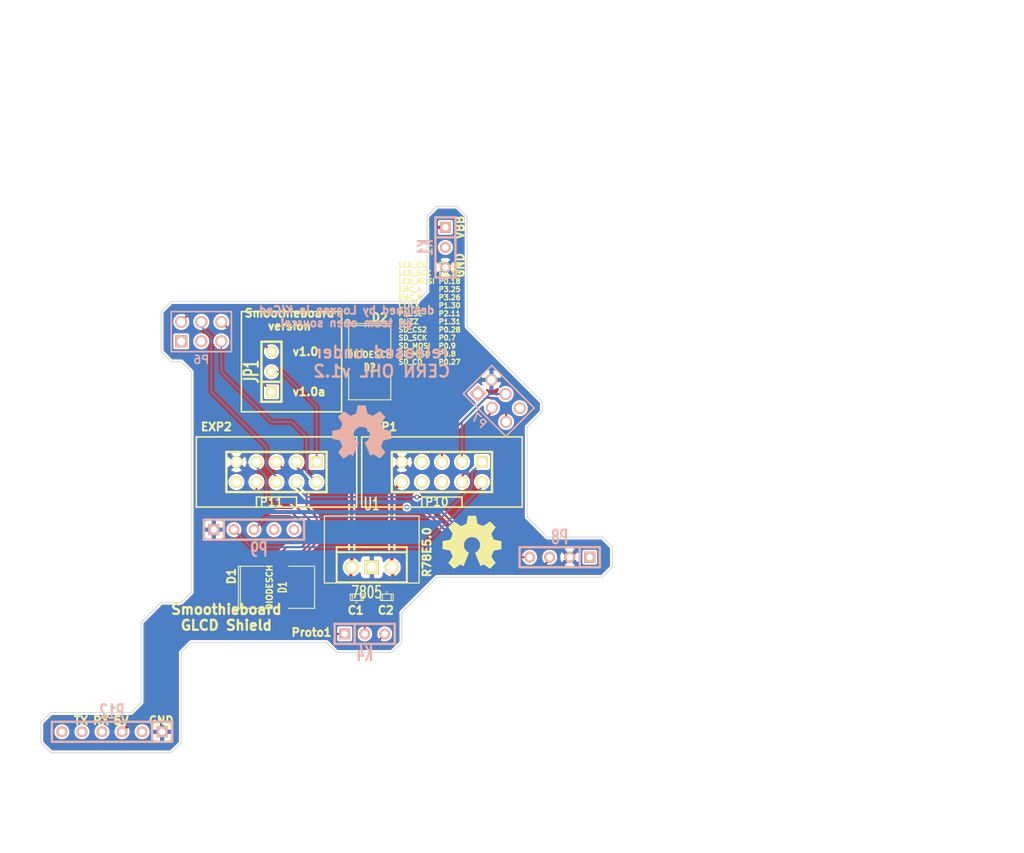
<source format=kicad_pcb>
(kicad_pcb (version 3) (host pcbnew "(2013-05-31 BZR 4019)-stable")

  (general
    (links 31)
    (no_connects 0)
    (area 25.299999 25.299999 155.040001 133.350001)
    (thickness 1.6)
    (drawings 89)
    (tracks 152)
    (zones 0)
    (modules 17)
    (nets 21)
  )

  (page A3)
  (layers
    (15 F.Cu signal)
    (0 B.Cu signal)
    (16 B.Adhes user)
    (17 F.Adhes user)
    (18 B.Paste user)
    (19 F.Paste user)
    (20 B.SilkS user)
    (21 F.SilkS user)
    (22 B.Mask user)
    (23 F.Mask user)
    (24 Dwgs.User user)
    (25 Cmts.User user)
    (26 Eco1.User user)
    (27 Eco2.User user)
    (28 Edge.Cuts user)
  )

  (setup
    (last_trace_width 0.254)
    (trace_clearance 0.1524)
    (zone_clearance 0.254)
    (zone_45_only yes)
    (trace_min 0)
    (segment_width 0.2)
    (edge_width 0.1)
    (via_size 0.635)
    (via_drill 0.3302)
    (via_min_size 0.025)
    (via_min_drill 0.3302)
    (uvia_size 0.635)
    (uvia_drill 0.3302)
    (uvias_allowed no)
    (uvia_min_size 0.02)
    (uvia_min_drill 0.127)
    (pcb_text_width 0.3)
    (pcb_text_size 1.5 1.5)
    (mod_edge_width 0.15)
    (mod_text_size 1 1)
    (mod_text_width 0.15)
    (pad_size 1.5 1.5)
    (pad_drill 0.6)
    (pad_to_mask_clearance 0)
    (aux_axis_origin 0 0)
    (visible_elements 7FFFFFFF)
    (pcbplotparams
      (layerselection 284983297)
      (usegerberextensions true)
      (excludeedgelayer true)
      (linewidth 0.150000)
      (plotframeref false)
      (viasonmask false)
      (mode 1)
      (useauxorigin false)
      (hpglpennumber 1)
      (hpglpenspeed 20)
      (hpglpendiameter 15)
      (hpglpenoverlay 2)
      (psnegative false)
      (psa4output false)
      (plotreference false)
      (plotvalue false)
      (plotothertext true)
      (plotinvisibletext false)
      (padsonsilk false)
      (subtractmaskfromsilk false)
      (outputformat 1)
      (mirror false)
      (drillshape 0)
      (scaleselection 1)
      (outputdirectory Proto1/))
  )

  (net 0 "")
  (net 1 /5V)
  (net 2 /5VIN)
  (net 3 /GND)
  (net 4 /LCD_MOSI)
  (net 5 /LCD_SCK)
  (net 6 /LCD_SSEL)
  (net 7 /P1.30)
  (net 8 /P1.31)
  (net 9 /P2.11)
  (net 10 /P3.25)
  (net 11 /P3.26)
  (net 12 /SD_CD)
  (net 13 /SD_MISO)
  (net 14 /SD_MISO_NEW)
  (net 15 /SD_MISO_OLD)
  (net 16 /SD_MOSI)
  (net 17 /SD_SCK)
  (net 18 /SD_SSEL2)
  (net 19 /VBB)
  (net 20 /VBB_REG)

  (net_class Default "This is the default net class."
    (clearance 0.1524)
    (trace_width 0.254)
    (via_dia 0.635)
    (via_drill 0.3302)
    (uvia_dia 0.635)
    (uvia_drill 0.3302)
    (add_net "")
    (add_net /GND)
    (add_net /LCD_MOSI)
    (add_net /LCD_SCK)
    (add_net /LCD_SSEL)
    (add_net /P1.30)
    (add_net /P1.31)
    (add_net /P2.11)
    (add_net /P3.25)
    (add_net /P3.26)
    (add_net /SD_CD)
    (add_net /SD_MISO)
    (add_net /SD_MISO_NEW)
    (add_net /SD_MISO_OLD)
    (add_net /SD_MOSI)
    (add_net /SD_SCK)
    (add_net /SD_SSEL2)
  )

  (net_class Power ""
    (clearance 0.1524)
    (trace_width 0.4064)
    (via_dia 0.635)
    (via_drill 0.3302)
    (uvia_dia 0.635)
    (uvia_drill 0.3302)
    (add_net /5V)
    (add_net /5VIN)
    (add_net /VBB)
    (add_net /VBB_REG)
  )

  (module SM2112L (layer F.Cu) (tedit 3D6A36A7) (tstamp 545146D5)
    (at 60.325 99.695)
    (path /545138F0)
    (attr smd)
    (fp_text reference D1 (at 0.762 0 90) (layer F.SilkS)
      (effects (font (size 1.016 0.762) (thickness 0.2032)))
    )
    (fp_text value DIODESCH (at -0.889 0 90) (layer F.SilkS)
      (effects (font (size 0.762 0.762) (thickness 0.2032)))
    )
    (fp_circle (center -5.08 2.794) (end -4.826 2.667) (layer F.SilkS) (width 0.127))
    (fp_line (start -4.572 -2.667) (end -4.572 2.667) (layer F.SilkS) (width 0.127))
    (fp_line (start -4.826 -2.667) (end -4.826 2.667) (layer F.SilkS) (width 0.127))
    (fp_line (start -1.524 2.667) (end -4.826 2.667) (layer F.SilkS) (width 0.127))
    (fp_line (start -1.524 -2.667) (end -4.826 -2.667) (layer F.SilkS) (width 0.127))
    (fp_line (start 1.524 -2.667) (end 4.826 -2.667) (layer F.SilkS) (width 0.127))
    (fp_line (start 4.826 -2.667) (end 4.826 2.667) (layer F.SilkS) (width 0.127))
    (fp_line (start 4.826 2.667) (end 1.524 2.667) (layer F.SilkS) (width 0.127))
    (pad 2 smd rect (at 3.175 0) (size 2.794 4.826)
      (layers F.Cu F.Paste F.Mask)
      (net 1 /5V)
    )
    (pad 1 smd rect (at -3.175 0) (size 2.794 4.826)
      (layers F.Cu F.Paste F.Mask)
      (net 2 /5VIN)
    )
    (model smd/chip_cms.wrl
      (at (xyz 0 0 0))
      (scale (xyz 0.3 0.4 0.4))
      (rotate (xyz 0 0 0))
    )
  )

  (module SM2112L (layer F.Cu) (tedit 3D6A36A7) (tstamp 545146E3)
    (at 72.136 71.12 270)
    (path /54513823)
    (attr smd)
    (fp_text reference D2 (at 0.762 0 360) (layer F.SilkS)
      (effects (font (size 1.016 0.762) (thickness 0.2032)))
    )
    (fp_text value DIODESCH (at -0.889 0 360) (layer F.SilkS)
      (effects (font (size 0.762 0.762) (thickness 0.2032)))
    )
    (fp_circle (center -5.08 2.794) (end -4.826 2.667) (layer F.SilkS) (width 0.127))
    (fp_line (start -4.572 -2.667) (end -4.572 2.667) (layer F.SilkS) (width 0.127))
    (fp_line (start -4.826 -2.667) (end -4.826 2.667) (layer F.SilkS) (width 0.127))
    (fp_line (start -1.524 2.667) (end -4.826 2.667) (layer F.SilkS) (width 0.127))
    (fp_line (start -1.524 -2.667) (end -4.826 -2.667) (layer F.SilkS) (width 0.127))
    (fp_line (start 1.524 -2.667) (end 4.826 -2.667) (layer F.SilkS) (width 0.127))
    (fp_line (start 4.826 -2.667) (end 4.826 2.667) (layer F.SilkS) (width 0.127))
    (fp_line (start 4.826 2.667) (end 1.524 2.667) (layer F.SilkS) (width 0.127))
    (pad 2 smd rect (at 3.175 0 270) (size 2.794 4.826)
      (layers F.Cu F.Paste F.Mask)
      (net 20 /VBB_REG)
    )
    (pad 1 smd rect (at -3.175 0 270) (size 2.794 4.826)
      (layers F.Cu F.Paste F.Mask)
      (net 19 /VBB)
    )
    (model smd/chip_cms.wrl
      (at (xyz 0 0 0))
      (scale (xyz 0.3 0.4 0.4))
      (rotate (xyz 0 0 0))
    )
  )

  (module SIL-5   locked (layer B.Cu) (tedit 200000) (tstamp 545146F1)
    (at 58.7375 92.3925)
    (descr "Connecteur 5 pins")
    (tags "CONN DEV")
    (path /54514BD4)
    (fp_text reference P9 (at -0.635 2.54) (layer B.SilkS)
      (effects (font (size 1.72974 1.08712) (thickness 0.3048)) (justify mirror))
    )
    (fp_text value CONN_5 (at 0 2.54) (layer B.SilkS) hide
      (effects (font (size 1.524 1.016) (thickness 0.3048)) (justify mirror))
    )
    (fp_line (start -7.62 -1.27) (end -7.62 1.27) (layer B.SilkS) (width 0.3048))
    (fp_line (start -7.62 1.27) (end 5.08 1.27) (layer B.SilkS) (width 0.3048))
    (fp_line (start 5.08 1.27) (end 5.08 -1.27) (layer B.SilkS) (width 0.3048))
    (fp_line (start 5.08 -1.27) (end -7.62 -1.27) (layer B.SilkS) (width 0.3048))
    (fp_line (start -5.08 -1.27) (end -5.08 1.27) (layer B.SilkS) (width 0.3048))
    (pad 1 thru_hole rect (at -6.35 0) (size 1.397 1.397) (drill 0.8128)
      (layers *.Cu *.Mask B.SilkS)
      (net 3 /GND)
    )
    (pad 2 thru_hole circle (at -3.81 0) (size 1.397 1.397) (drill 0.8128)
      (layers *.Cu *.Mask B.SilkS)
      (net 7 /P1.30)
    )
    (pad 3 thru_hole circle (at -1.27 0) (size 1.397 1.397) (drill 0.8128)
      (layers *.Cu *.Mask B.SilkS)
      (net 8 /P1.31)
    )
    (pad 4 thru_hole circle (at 1.27 0) (size 1.397 1.397) (drill 0.8128)
      (layers *.Cu *.Mask B.SilkS)
    )
    (pad 5 thru_hole circle (at 3.81 0) (size 1.397 1.397) (drill 0.8128)
      (layers *.Cu *.Mask B.SilkS)
    )
    (model connectors/female_pcb_pin/female_pcb_pin_05.wrl
      (at (xyz -0.05 0 0))
      (scale (xyz 1 1 1))
      (rotate (xyz 0 0 0))
    )
  )

  (module SIL-4   locked (layer B.Cu) (tedit 200000) (tstamp 5451470F)
    (at 96.2025 95.885 180)
    (descr "Connecteur 4 pibs")
    (tags "CONN DEV")
    (path /545149B2)
    (fp_text reference P8 (at 0 2.54 180) (layer B.SilkS)
      (effects (font (size 1.73482 1.08712) (thickness 0.3048)) (justify mirror))
    )
    (fp_text value CONN_4 (at 0 2.54 180) (layer B.SilkS) hide
      (effects (font (size 1.524 1.016) (thickness 0.3048)) (justify mirror))
    )
    (fp_line (start -5.08 1.27) (end -5.08 1.27) (layer B.SilkS) (width 0.3048))
    (fp_line (start -5.08 -1.27) (end -5.08 1.27) (layer B.SilkS) (width 0.3048))
    (fp_line (start -5.08 1.27) (end -5.08 1.27) (layer B.SilkS) (width 0.3048))
    (fp_line (start -5.08 1.27) (end 5.08 1.27) (layer B.SilkS) (width 0.3048))
    (fp_line (start 5.08 1.27) (end 5.08 -1.27) (layer B.SilkS) (width 0.3048))
    (fp_line (start 5.08 -1.27) (end -5.08 -1.27) (layer B.SilkS) (width 0.3048))
    (fp_line (start -2.54 -1.27) (end -2.54 1.27) (layer B.SilkS) (width 0.3048))
    (pad 1 thru_hole rect (at -3.81 0 180) (size 1.397 1.397) (drill 0.8128)
      (layers *.Cu *.Mask B.SilkS)
    )
    (pad 2 thru_hole circle (at -1.27 0 180) (size 1.397 1.397) (drill 0.8128)
      (layers *.Cu *.Mask B.SilkS)
      (net 3 /GND)
    )
    (pad 3 thru_hole circle (at 1.27 0 180) (size 1.397 1.397) (drill 0.8128)
      (layers *.Cu *.Mask B.SilkS)
      (net 12 /SD_CD)
    )
    (pad 4 thru_hole circle (at 3.81 0 180) (size 1.397 1.397) (drill 0.8128)
      (layers *.Cu *.Mask B.SilkS)
      (net 18 /SD_SSEL2)
    )
    (model connectors/female_pcb_pin/female_pcb_pin_04.wrl
      (at (xyz 0 0 0))
      (scale (xyz 1 1 1))
      (rotate (xyz 0 0 0))
    )
  )

  (module SIL-3   locked (layer B.Cu) (tedit 200000) (tstamp 54514757)
    (at 81.7245 56.642 270)
    (descr "Connecteur 3 pins")
    (tags "CONN DEV")
    (path /545121D5)
    (fp_text reference K1 (at 0 2.54 270) (layer B.SilkS)
      (effects (font (size 1.7907 1.07696) (thickness 0.3048)) (justify mirror))
    )
    (fp_text value CONN_3 (at 0 2.54 270) (layer B.SilkS) hide
      (effects (font (size 1.524 1.016) (thickness 0.3048)) (justify mirror))
    )
    (fp_line (start -3.81 -1.27) (end -3.81 1.27) (layer B.SilkS) (width 0.3048))
    (fp_line (start -3.81 1.27) (end 3.81 1.27) (layer B.SilkS) (width 0.3048))
    (fp_line (start 3.81 1.27) (end 3.81 -1.27) (layer B.SilkS) (width 0.3048))
    (fp_line (start 3.81 -1.27) (end -3.81 -1.27) (layer B.SilkS) (width 0.3048))
    (fp_line (start -1.27 1.27) (end -1.27 -1.27) (layer B.SilkS) (width 0.3048))
    (pad 1 thru_hole rect (at -2.54 0 270) (size 1.397 1.397) (drill 0.8128)
      (layers *.Cu *.Mask B.SilkS)
      (net 19 /VBB)
    )
    (pad 2 thru_hole circle (at 0 0 270) (size 1.397 1.397) (drill 0.8128)
      (layers *.Cu *.Mask B.SilkS)
    )
    (pad 3 thru_hole circle (at 2.54 0 270) (size 1.397 1.397) (drill 0.8128)
      (layers *.Cu *.Mask B.SilkS)
      (net 3 /GND)
    )
    (model connectors/female_pcb_pin/female_pcb_pin_03.wrl
      (at (xyz 0 0 0))
      (scale (xyz 1 1 1))
      (rotate (xyz 0 0 0))
    )
  )

  (module SIL-3 (layer F.Cu) (tedit 200000) (tstamp 5451477B)
    (at 59.69 72.39 90)
    (descr "Connecteur 3 pins")
    (tags "CONN DEV")
    (path /54514780)
    (fp_text reference JP1 (at 0 -2.54 90) (layer F.SilkS)
      (effects (font (size 1.7907 1.07696) (thickness 0.3048)))
    )
    (fp_text value JUMPER3 (at 0 -2.54 90) (layer F.SilkS) hide
      (effects (font (size 1.524 1.016) (thickness 0.3048)))
    )
    (fp_line (start -3.81 1.27) (end -3.81 -1.27) (layer F.SilkS) (width 0.3048))
    (fp_line (start -3.81 -1.27) (end 3.81 -1.27) (layer F.SilkS) (width 0.3048))
    (fp_line (start 3.81 -1.27) (end 3.81 1.27) (layer F.SilkS) (width 0.3048))
    (fp_line (start 3.81 1.27) (end -3.81 1.27) (layer F.SilkS) (width 0.3048))
    (fp_line (start -1.27 -1.27) (end -1.27 1.27) (layer F.SilkS) (width 0.3048))
    (pad 1 thru_hole rect (at -2.54 0 90) (size 1.397 1.397) (drill 0.8128)
      (layers *.Cu *.Mask F.SilkS)
      (net 14 /SD_MISO_NEW)
    )
    (pad 2 thru_hole circle (at 0 0 90) (size 1.397 1.397) (drill 0.8128)
      (layers *.Cu *.Mask F.SilkS)
      (net 13 /SD_MISO)
    )
    (pad 3 thru_hole circle (at 2.54 0 90) (size 1.397 1.397) (drill 0.8128)
      (layers *.Cu *.Mask F.SilkS)
      (net 15 /SD_MISO_OLD)
    )
    (model pin_array/jumper_on.wrl
      (at (xyz 0.05 0 0))
      (scale (xyz 0.4 0.4 0.4))
      (rotate (xyz 0 0 90))
    )
    (model pin_array/pin_1.wrl
      (at (xyz -0.1 0 0))
      (scale (xyz 1 1 1))
      (rotate (xyz 0 0 0))
    )
  )

  (module SIL-3   locked (layer B.Cu) (tedit 200000) (tstamp 5451AC4F)
    (at 71.501 105.6005)
    (descr "Connecteur 3 pins")
    (tags "CONN DEV")
    (path /54514F8C)
    (fp_text reference K4 (at 0 2.54) (layer B.SilkS)
      (effects (font (size 1.7907 1.07696) (thickness 0.3048)) (justify mirror))
    )
    (fp_text value CONN_3 (at 0 2.54) (layer B.SilkS) hide
      (effects (font (size 1.524 1.016) (thickness 0.3048)) (justify mirror))
    )
    (fp_line (start -3.81 -1.27) (end -3.81 1.27) (layer B.SilkS) (width 0.3048))
    (fp_line (start -3.81 1.27) (end 3.81 1.27) (layer B.SilkS) (width 0.3048))
    (fp_line (start 3.81 1.27) (end 3.81 -1.27) (layer B.SilkS) (width 0.3048))
    (fp_line (start 3.81 -1.27) (end -3.81 -1.27) (layer B.SilkS) (width 0.3048))
    (fp_line (start -1.27 1.27) (end -1.27 -1.27) (layer B.SilkS) (width 0.3048))
    (pad 1 thru_hole rect (at -2.54 0) (size 1.397 1.397) (drill 0.8128)
      (layers *.Cu *.Mask B.SilkS)
      (net 9 /P2.11)
    )
    (pad 2 thru_hole circle (at 0 0) (size 1.397 1.397) (drill 0.8128)
      (layers *.Cu *.Mask B.SilkS)
      (net 11 /P3.26)
    )
    (pad 3 thru_hole circle (at 2.54 0) (size 1.397 1.397) (drill 0.8128)
      (layers *.Cu *.Mask B.SilkS)
      (net 10 /P3.25)
    )
    (model connectors/female_pcb_pin/female_pcb_pin_03.wrl
      (at (xyz 0 0 0))
      (scale (xyz 1 1 1))
      (rotate (xyz 0 0 0))
    )
  )

  (module PIN_ARRAY_5x2 (layer F.Cu) (tedit 3FCF2109) (tstamp 54514799)
    (at 60.325 85.09 180)
    (descr "Double rangee de contacts 2 x 5 pins")
    (tags CONN)
    (path /545118DF)
    (fp_text reference P11 (at 0.635 -3.81 180) (layer F.SilkS)
      (effects (font (size 1.016 1.016) (thickness 0.2032)))
    )
    (fp_text value CONN_5X2 (at 0 -3.81 180) (layer F.SilkS) hide
      (effects (font (size 1.016 1.016) (thickness 0.2032)))
    )
    (fp_line (start -6.35 -2.54) (end 6.35 -2.54) (layer F.SilkS) (width 0.3048))
    (fp_line (start 6.35 -2.54) (end 6.35 2.54) (layer F.SilkS) (width 0.3048))
    (fp_line (start 6.35 2.54) (end -6.35 2.54) (layer F.SilkS) (width 0.3048))
    (fp_line (start -6.35 2.54) (end -6.35 -2.54) (layer F.SilkS) (width 0.3048))
    (pad 1 thru_hole rect (at -5.08 1.27 180) (size 1.524 1.524) (drill 1.016)
      (layers *.Cu *.Mask F.SilkS)
      (net 13 /SD_MISO)
    )
    (pad 2 thru_hole circle (at -5.08 -1.27 180) (size 1.524 1.524) (drill 1.016)
      (layers *.Cu *.Mask F.SilkS)
      (net 17 /SD_SCK)
    )
    (pad 3 thru_hole circle (at -2.54 1.27 180) (size 1.524 1.524) (drill 1.016)
      (layers *.Cu *.Mask F.SilkS)
      (net 11 /P3.26)
    )
    (pad 4 thru_hole circle (at -2.54 -1.27 180) (size 1.524 1.524) (drill 1.016)
      (layers *.Cu *.Mask F.SilkS)
      (net 18 /SD_SSEL2)
    )
    (pad 5 thru_hole circle (at 0 1.27 180) (size 1.524 1.524) (drill 1.016)
      (layers *.Cu *.Mask F.SilkS)
      (net 10 /P3.25)
    )
    (pad 6 thru_hole circle (at 0 -1.27 180) (size 1.524 1.524) (drill 1.016)
      (layers *.Cu *.Mask F.SilkS)
      (net 16 /SD_MOSI)
    )
    (pad 7 thru_hole circle (at 2.54 1.27 180) (size 1.524 1.524) (drill 1.016)
      (layers *.Cu *.Mask F.SilkS)
      (net 12 /SD_CD)
    )
    (pad 8 thru_hole circle (at 2.54 -1.27 180) (size 1.524 1.524) (drill 1.016)
      (layers *.Cu *.Mask F.SilkS)
      (net 9 /P2.11)
    )
    (pad 9 thru_hole circle (at 5.08 1.27 180) (size 1.524 1.524) (drill 1.016)
      (layers *.Cu *.Mask F.SilkS)
      (net 3 /GND)
    )
    (pad 10 thru_hole circle (at 5.08 -1.27 180) (size 1.524 1.524) (drill 1.016)
      (layers *.Cu *.Mask F.SilkS)
    )
    (model pin_array/pins_array_5x2.wrl
      (at (xyz 0 0 0))
      (scale (xyz 1 1 1))
      (rotate (xyz 0 0 0))
    )
  )

  (module PIN_ARRAY_5x2 (layer F.Cu) (tedit 3FCF2109) (tstamp 547FEC02)
    (at 81.28 85.09 180)
    (descr "Double rangee de contacts 2 x 5 pins")
    (tags CONN)
    (path /545118D0)
    (fp_text reference P10 (at 0.635 -3.81 180) (layer F.SilkS)
      (effects (font (size 1.016 1.016) (thickness 0.2032)))
    )
    (fp_text value CONN_5X2 (at 0 -3.81 180) (layer F.SilkS) hide
      (effects (font (size 1.016 1.016) (thickness 0.2032)))
    )
    (fp_line (start -6.35 -2.54) (end 6.35 -2.54) (layer F.SilkS) (width 0.3048))
    (fp_line (start 6.35 -2.54) (end 6.35 2.54) (layer F.SilkS) (width 0.3048))
    (fp_line (start 6.35 2.54) (end -6.35 2.54) (layer F.SilkS) (width 0.3048))
    (fp_line (start -6.35 2.54) (end -6.35 -2.54) (layer F.SilkS) (width 0.3048))
    (pad 1 thru_hole rect (at -5.08 1.27 180) (size 1.524 1.524) (drill 1.016)
      (layers *.Cu *.Mask F.SilkS)
      (net 8 /P1.31)
    )
    (pad 2 thru_hole circle (at -5.08 -1.27 180) (size 1.524 1.524) (drill 1.016)
      (layers *.Cu *.Mask F.SilkS)
      (net 7 /P1.30)
    )
    (pad 3 thru_hole circle (at -2.54 1.27 180) (size 1.524 1.524) (drill 1.016)
      (layers *.Cu *.Mask F.SilkS)
      (net 4 /LCD_MOSI)
    )
    (pad 4 thru_hole circle (at -2.54 -1.27 180) (size 1.524 1.524) (drill 1.016)
      (layers *.Cu *.Mask F.SilkS)
      (net 6 /LCD_SSEL)
    )
    (pad 5 thru_hole circle (at 0 1.27 180) (size 1.524 1.524) (drill 1.016)
      (layers *.Cu *.Mask F.SilkS)
      (net 5 /LCD_SCK)
    )
    (pad 6 thru_hole circle (at 0 -1.27 180) (size 1.524 1.524) (drill 1.016)
      (layers *.Cu *.Mask F.SilkS)
    )
    (pad 7 thru_hole circle (at 2.54 1.27 180) (size 1.524 1.524) (drill 1.016)
      (layers *.Cu *.Mask F.SilkS)
    )
    (pad 8 thru_hole circle (at 2.54 -1.27 180) (size 1.524 1.524) (drill 1.016)
      (layers *.Cu *.Mask F.SilkS)
    )
    (pad 9 thru_hole circle (at 5.08 1.27 180) (size 1.524 1.524) (drill 1.016)
      (layers *.Cu *.Mask F.SilkS)
      (net 3 /GND)
    )
    (pad 10 thru_hole circle (at 5.08 -1.27 180) (size 1.524 1.524) (drill 1.016)
      (layers *.Cu *.Mask F.SilkS)
      (net 1 /5V)
    )
    (model pin_array/pins_array_5x2.wrl
      (at (xyz 0 0 0))
      (scale (xyz 1 1 1))
      (rotate (xyz 0 0 0))
    )
  )

  (module SIL-6   locked (layer B.Cu) (tedit 200000) (tstamp 545173A8)
    (at 39.487 118 180)
    (descr "Connecteur 6 pins")
    (tags "CONN DEV")
    (path /545172D8)
    (fp_text reference P12 (at 0 2.54 180) (layer B.SilkS)
      (effects (font (size 1.72974 1.08712) (thickness 0.3048)) (justify mirror))
    )
    (fp_text value CONN_6 (at 0 2.54 180) (layer B.SilkS) hide
      (effects (font (size 1.524 1.016) (thickness 0.3048)) (justify mirror))
    )
    (fp_line (start -7.62 -1.27) (end -7.62 1.27) (layer B.SilkS) (width 0.3048))
    (fp_line (start -7.62 1.27) (end 7.62 1.27) (layer B.SilkS) (width 0.3048))
    (fp_line (start 7.62 1.27) (end 7.62 -1.27) (layer B.SilkS) (width 0.3048))
    (fp_line (start 7.62 -1.27) (end -7.62 -1.27) (layer B.SilkS) (width 0.3048))
    (fp_line (start -5.08 -1.27) (end -5.08 1.27) (layer B.SilkS) (width 0.3048))
    (pad 1 thru_hole rect (at -6.35 0 180) (size 1.397 1.397) (drill 0.8128)
      (layers *.Cu *.Mask B.SilkS)
      (net 3 /GND)
    )
    (pad 2 thru_hole circle (at -3.81 0 180) (size 1.397 1.397) (drill 0.8128)
      (layers *.Cu *.Mask B.SilkS)
    )
    (pad 3 thru_hole circle (at -1.27 0 180) (size 1.397 1.397) (drill 0.8128)
      (layers *.Cu *.Mask B.SilkS)
      (net 2 /5VIN)
    )
    (pad 4 thru_hole circle (at 1.27 0 180) (size 1.397 1.397) (drill 0.8128)
      (layers *.Cu *.Mask B.SilkS)
    )
    (pad 5 thru_hole circle (at 3.81 0 180) (size 1.397 1.397) (drill 0.8128)
      (layers *.Cu *.Mask B.SilkS)
    )
    (pad 6 thru_hole circle (at 6.35 0 180) (size 1.397 1.397) (drill 0.8128)
      (layers *.Cu *.Mask B.SilkS)
    )
    (model connectors/female_pcb_pin/female_pcb_pin_06.wrl
      (at (xyz 0 0 0))
      (scale (xyz 1 1 1))
      (rotate (xyz 0 0 0))
    )
    (model pin_array/pins_array_6x1.wrl
      (at (xyz 0 0 0.05))
      (scale (xyz 1 1 1))
      (rotate (xyz 180 0 0))
    )
  )

  (module R-78E05 (layer F.Cu) (tedit 5451A3C8) (tstamp 545147D5)
    (at 72.39 97.155 90)
    (descr "Regulateur TO220 serie LM78xx")
    (tags "TR TO220")
    (path /54513655)
    (fp_text reference U1 (at 8 0 180) (layer F.SilkS)
      (effects (font (size 1.524 1.016) (thickness 0.2032)))
    )
    (fp_text value 7805 (at -3.175 -0.635 180) (layer F.SilkS)
      (effects (font (size 1.524 1.016) (thickness 0.2032)))
    )
    (fp_line (start -2 -6) (end 6.5 -6) (layer F.SilkS) (width 0.15))
    (fp_line (start 6.5 -6) (end 6.5 6) (layer F.SilkS) (width 0.15))
    (fp_line (start 6.5 6) (end -2 6) (layer F.SilkS) (width 0.15))
    (fp_line (start -2 6) (end -2 -6) (layer F.SilkS) (width 0.15))
    (fp_line (start 1.905 -4.445) (end 2.54 -4.445) (layer F.SilkS) (width 0.254))
    (fp_line (start 2.54 -4.445) (end 2.54 4.445) (layer F.SilkS) (width 0.254))
    (fp_line (start 2.54 4.445) (end 1.905 4.445) (layer F.SilkS) (width 0.254))
    (fp_line (start -1.905 -4.445) (end 1.905 -4.445) (layer F.SilkS) (width 0.254))
    (fp_line (start 1.905 -4.445) (end 1.905 4.445) (layer F.SilkS) (width 0.254))
    (fp_line (start 1.905 4.445) (end -1.905 4.445) (layer F.SilkS) (width 0.254))
    (fp_line (start -1.905 4.445) (end -1.905 -4.445) (layer F.SilkS) (width 0.254))
    (pad VI thru_hole circle (at 0 -2.54 90) (size 1.778 1.778) (drill 1.143)
      (layers *.Cu *.Mask F.SilkS)
      (net 20 /VBB_REG)
    )
    (pad GND thru_hole rect (at 0 0 90) (size 1.778 1.778) (drill 1.143)
      (layers *.Cu *.Mask F.SilkS)
      (net 3 /GND)
    )
    (pad VO thru_hole circle (at 0 2.54 90) (size 1.778 1.778) (drill 1.143)
      (layers *.Cu *.Mask F.SilkS)
      (net 1 /5V)
    )
  )

  (module c_0603 (layer F.Cu) (tedit 490472AA) (tstamp 54537338)
    (at 70.485 100.965 180)
    (descr "SMT capacitor, 0603")
    (path /5452FC98)
    (fp_text reference C1 (at 0 -0.635 180) (layer F.SilkS)
      (effects (font (size 0.20066 0.20066) (thickness 0.04064)))
    )
    (fp_text value C (at 0 0.635 180) (layer F.SilkS) hide
      (effects (font (size 0.20066 0.20066) (thickness 0.04064)))
    )
    (fp_line (start 0.5588 0.4064) (end 0.5588 -0.4064) (layer F.SilkS) (width 0.127))
    (fp_line (start -0.5588 -0.381) (end -0.5588 0.4064) (layer F.SilkS) (width 0.127))
    (fp_line (start -0.8128 -0.4064) (end 0.8128 -0.4064) (layer F.SilkS) (width 0.127))
    (fp_line (start 0.8128 -0.4064) (end 0.8128 0.4064) (layer F.SilkS) (width 0.127))
    (fp_line (start 0.8128 0.4064) (end -0.8128 0.4064) (layer F.SilkS) (width 0.127))
    (fp_line (start -0.8128 0.4064) (end -0.8128 -0.4064) (layer F.SilkS) (width 0.127))
    (pad 1 smd rect (at 0.75184 0 180) (size 0.89916 1.00076)
      (layers F.Cu F.Paste F.Mask)
      (net 20 /VBB_REG)
    )
    (pad 2 smd rect (at -0.75184 0 180) (size 0.89916 1.00076)
      (layers F.Cu F.Paste F.Mask)
      (net 3 /GND)
    )
    (model smd/capacitors/c_0603.wrl
      (at (xyz 0 0 0))
      (scale (xyz 1 1 1))
      (rotate (xyz 0 0 0))
    )
  )

  (module c_0603 (layer F.Cu) (tedit 490472AA) (tstamp 54537344)
    (at 74.295 100.965)
    (descr "SMT capacitor, 0603")
    (path /5452FCA7)
    (fp_text reference C2 (at 0 -0.635) (layer F.SilkS)
      (effects (font (size 0.20066 0.20066) (thickness 0.04064)))
    )
    (fp_text value C (at 0 0.635) (layer F.SilkS) hide
      (effects (font (size 0.20066 0.20066) (thickness 0.04064)))
    )
    (fp_line (start 0.5588 0.4064) (end 0.5588 -0.4064) (layer F.SilkS) (width 0.127))
    (fp_line (start -0.5588 -0.381) (end -0.5588 0.4064) (layer F.SilkS) (width 0.127))
    (fp_line (start -0.8128 -0.4064) (end 0.8128 -0.4064) (layer F.SilkS) (width 0.127))
    (fp_line (start 0.8128 -0.4064) (end 0.8128 0.4064) (layer F.SilkS) (width 0.127))
    (fp_line (start 0.8128 0.4064) (end -0.8128 0.4064) (layer F.SilkS) (width 0.127))
    (fp_line (start -0.8128 0.4064) (end -0.8128 -0.4064) (layer F.SilkS) (width 0.127))
    (pad 1 smd rect (at 0.75184 0) (size 0.89916 1.00076)
      (layers F.Cu F.Paste F.Mask)
      (net 1 /5V)
    )
    (pad 2 smd rect (at -0.75184 0) (size 0.89916 1.00076)
      (layers F.Cu F.Paste F.Mask)
      (net 3 /GND)
    )
    (model smd/capacitors/c_0603.wrl
      (at (xyz 0 0 0))
      (scale (xyz 1 1 1))
      (rotate (xyz 0 0 0))
    )
  )

  (module OSHW-LOGO_SMALL (layer F.Cu) (tedit 54537C32) (tstamp 54548F49)
    (at 85.09 93.98)
    (fp_text reference VAL (at 0 4) (layer F.SilkS) hide
      (effects (font (size 0.381 0.381) (thickness 0.127)))
    )
    (fp_text value REF (at 0 -4) (layer F.SilkS) hide
      (effects (font (size 0.381 0.381) (thickness 0.127)))
    )
    (fp_poly (pts (xy -2.26822 3.3528) (xy -2.23012 3.33502) (xy -2.1336 3.2766) (xy -2.0193 3.2004)
      (xy -1.8669 3.10642) (xy -1.7145 3.0099) (xy -1.6002 2.91592) (xy -1.50622 2.8575)
      (xy -1.46812 2.83972) (xy -1.4478 2.8575) (xy -1.39192 2.8956) (xy -1.27762 2.9337)
      (xy -1.2192 2.9718) (xy -1.12522 3.0099) (xy -1.08712 3.03022) (xy -1.0668 3.0099)
      (xy -1.0287 2.9337) (xy -0.9906 2.8194) (xy -0.9144 2.64922) (xy -0.8382 2.45872)
      (xy -0.74422 2.2479) (xy -0.66802 2.03962) (xy -0.5715 1.84912) (xy -0.4953 1.65862)
      (xy -0.43942 1.524) (xy -0.40132 1.4097) (xy -0.381 1.3716) (xy -0.40132 1.3716)
      (xy -0.43942 1.31572) (xy -0.51562 1.2573) (xy -0.70612 1.1049) (xy -0.8763 0.89662)
      (xy -0.9906 0.6477) (xy -1.01092 0.36322) (xy -0.9906 0.1143) (xy -0.89662 -0.1143)
      (xy -0.7239 -0.3429) (xy -0.51562 -0.4953) (xy -0.2667 -0.6096) (xy 0 -0.62992)
      (xy 0.24892 -0.6096) (xy 0.4953 -0.51562) (xy 0.7239 -0.3429) (xy 0.82042 -0.2286)
      (xy 0.9525 0) (xy 1.0287 0.21082) (xy 1.0287 0.2667) (xy 1.01092 0.5334)
      (xy 0.93472 0.8001) (xy 0.8001 1.01092) (xy 0.6096 1.20142) (xy 0.59182 1.2192)
      (xy 0.4953 1.2954) (xy 0.43942 1.3335) (xy 0.381 1.3716) (xy 0.7239 2.1717)
      (xy 0.78232 2.30632) (xy 0.8763 2.53492) (xy 0.9525 2.72542) (xy 1.01092 2.87782)
      (xy 1.0668 2.9718) (xy 1.08712 3.0099) (xy 1.08712 3.0099) (xy 1.1049 3.0099)
      (xy 1.16332 2.99212) (xy 1.27762 2.9337) (xy 1.35382 2.8956) (xy 1.4478 2.8575)
      (xy 1.4859 2.83972) (xy 1.524 2.8575) (xy 1.6002 2.91592) (xy 1.7145 2.99212)
      (xy 1.8669 3.0861) (xy 2.00152 3.18262) (xy 2.1336 3.2766) (xy 2.2098 3.33502)
      (xy 2.26822 3.3528) (xy 2.26822 3.3528) (xy 2.30632 3.33502) (xy 2.38252 3.2766)
      (xy 2.49682 3.1623) (xy 2.64922 3.0099) (xy 2.667 2.99212) (xy 2.80162 2.8575)
      (xy 2.8956 2.7432) (xy 2.9718 2.667) (xy 2.99212 2.64922) (xy 2.99212 2.64922)
      (xy 2.9718 2.5908) (xy 2.91592 2.49682) (xy 2.83972 2.38252) (xy 2.72542 2.23012)
      (xy 2.45872 1.8288) (xy 2.61112 1.46812) (xy 2.64922 1.35382) (xy 2.7051 1.2192)
      (xy 2.76352 1.12522) (xy 2.7813 1.08712) (xy 2.8194 1.0668) (xy 2.91592 1.04902)
      (xy 3.06832 1.01092) (xy 3.2385 0.9906) (xy 3.41122 0.9525) (xy 3.5433 0.9144)
      (xy 3.6576 0.89662) (xy 3.71602 0.89662) (xy 3.71602 0.8763) (xy 3.7338 0.85852)
      (xy 3.7338 0.82042) (xy 3.7338 0.7239) (xy 3.7338 0.5715) (xy 3.7338 0.36322)
      (xy 3.7338 0.3429) (xy 3.7338 0.1524) (xy 3.7338 0) (xy 3.7338 -0.09652)
      (xy 3.71602 -0.13462) (xy 3.71602 -0.13462) (xy 3.67792 -0.1524) (xy 3.56362 -0.17272)
      (xy 3.429 -0.1905) (xy 3.2385 -0.2286) (xy 3.2385 -0.2286) (xy 3.048 -0.2667)
      (xy 2.91592 -0.3048) (xy 2.80162 -0.32512) (xy 2.76352 -0.3429) (xy 2.7432 -0.3429)
      (xy 2.7051 -0.4191) (xy 2.667 -0.5334) (xy 2.61112 -0.66802) (xy 2.5527 -0.8001)
      (xy 2.49682 -0.93472) (xy 2.45872 -1.01092) (xy 2.45872 -1.0668) (xy 2.45872 -1.0668)
      (xy 2.4765 -1.1049) (xy 2.53492 -1.20142) (xy 2.6289 -1.31572) (xy 2.72542 -1.46812)
      (xy 2.7432 -1.4859) (xy 2.83972 -1.6383) (xy 2.91592 -1.77292) (xy 2.9718 -1.84912)
      (xy 2.99212 -1.88722) (xy 2.99212 -1.905) (xy 2.9718 -1.9431) (xy 2.8956 -2.0193)
      (xy 2.7813 -2.1336) (xy 2.64922 -2.26822) (xy 2.61112 -2.30632) (xy 2.45872 -2.45872)
      (xy 2.3622 -2.5527) (xy 2.286 -2.5908) (xy 2.26822 -2.61112) (xy 2.26822 -2.61112)
      (xy 2.2098 -2.5908) (xy 2.11582 -2.5146) (xy 2.00152 -2.4384) (xy 1.84912 -2.3241)
      (xy 1.8288 -2.3241) (xy 1.6764 -2.23012) (xy 1.5621 -2.1336) (xy 1.46812 -2.07772)
      (xy 1.43002 -2.0574) (xy 1.43002 -2.0574) (xy 1.3716 -2.07772) (xy 1.2573 -2.11582)
      (xy 1.12522 -2.15392) (xy 0.9906 -2.2098) (xy 0.85852 -2.26822) (xy 0.762 -2.30632)
      (xy 0.7239 -2.34442) (xy 0.7239 -2.34442) (xy 0.70612 -2.4003) (xy 0.6858 -2.5146)
      (xy 0.6477 -2.667) (xy 0.6096 -2.83972) (xy 0.6096 -2.87782) (xy 0.5715 -3.048)
      (xy 0.55372 -3.2004) (xy 0.51562 -3.29692) (xy 0.51562 -3.3528) (xy 0.4953 -3.3528)
      (xy 0.40132 -3.3528) (xy 0.2667 -3.3528) (xy 0.09652 -3.3528) (xy -0.05842 -3.3528)
      (xy -0.21082 -3.3528) (xy -0.36322 -3.3528) (xy -0.4572 -3.3528) (xy -0.4953 -3.33502)
      (xy -0.4953 -3.33502) (xy -0.51562 -3.2766) (xy -0.5334 -3.1623) (xy -0.5715 -3.0099)
      (xy -0.6096 -2.8194) (xy -0.6096 -2.80162) (xy -0.6477 -2.61112) (xy -0.6858 -2.4765)
      (xy -0.70612 -2.3622) (xy -0.70612 -2.3241) (xy -0.7239 -2.3241) (xy -0.8001 -2.286)
      (xy -0.9144 -2.2479) (xy -1.0668 -2.1717) (xy -1.4097 -2.03962) (xy -1.8288 -2.3241)
      (xy -1.8669 -2.3622) (xy -2.0193 -2.45872) (xy -2.15392 -2.53492) (xy -2.23012 -2.5908)
      (xy -2.26822 -2.61112) (xy -2.26822 -2.61112) (xy -2.30632 -2.57302) (xy -2.4003 -2.49682)
      (xy -2.5146 -2.38252) (xy -2.64922 -2.26822) (xy -2.7432 -2.15392) (xy -2.8575 -2.03962)
      (xy -2.9337 -1.96342) (xy -2.9718 -1.905) (xy -2.99212 -1.88722) (xy -2.9718 -1.8669)
      (xy -2.95402 -1.81102) (xy -2.8956 -1.73482) (xy -2.80162 -1.6002) (xy -2.7051 -1.4478)
      (xy -2.61112 -1.31572) (xy -2.53492 -1.1811) (xy -2.4765 -1.08712) (xy -2.4384 -1.0287)
      (xy -2.45872 -1.01092) (xy -2.4765 -0.93472) (xy -2.53492 -0.8001) (xy -2.5908 -0.6477)
      (xy -2.7432 -0.32512) (xy -2.95402 -0.28702) (xy -3.0861 -0.24892) (xy -3.2766 -0.2286)
      (xy -3.44932 -0.1905) (xy -3.7338 -0.13462) (xy -3.7338 0.85852) (xy -3.6957 0.8763)
      (xy -3.6576 0.89662) (xy -3.56362 0.9144) (xy -3.41122 0.9525) (xy -3.2385 0.97282)
      (xy -3.0861 1.01092) (xy -2.9337 1.0287) (xy -2.83972 1.04902) (xy -2.7813 1.0668)
      (xy -2.7813 1.08712) (xy -2.7432 1.16332) (xy -2.68732 1.27762) (xy -2.6289 1.4097)
      (xy -2.57302 1.54432) (xy -2.5146 1.6764) (xy -2.4765 1.77292) (xy -2.45872 1.8288)
      (xy -2.4765 1.8669) (xy -2.53492 1.96342) (xy -2.6289 2.07772) (xy -2.72542 2.23012)
      (xy -2.8194 2.38252) (xy -2.91592 2.49682) (xy -2.9718 2.5908) (xy -2.99212 2.6289)
      (xy -2.9718 2.667) (xy -2.91592 2.72542) (xy -2.8194 2.83972) (xy -2.64922 3.0099)
      (xy -2.61112 3.03022) (xy -2.49682 3.1623) (xy -2.38252 3.25882) (xy -2.30632 3.33502)
      (xy -2.26822 3.3528)) (layer F.SilkS) (width 0.00254))
  )

  (module pin_array_3x2_pin1_REV   locked (layer B.Cu) (tedit 54514E28) (tstamp 545147B9)
    (at 48.26 66.04)
    (descr "Double rangee de contacts 2 x 4 pins")
    (tags CONN)
    (path /54513FB8)
    (fp_text reference P6 (at 2.54 4.826) (layer B.SilkS)
      (effects (font (size 1.016 1.016) (thickness 0.2032)) (justify mirror))
    )
    (fp_text value CONN_3X2 (at 2.54 -2.54) (layer B.SilkS) hide
      (effects (font (size 1.016 1.016) (thickness 0.2032)) (justify mirror))
    )
    (fp_line (start 6.35 -1.27) (end -1.27 -1.27) (layer B.SilkS) (width 0.2032))
    (fp_line (start -1.27 3.81) (end 6.35 3.81) (layer B.SilkS) (width 0.2032))
    (fp_line (start 6.35 3.81) (end 6.35 -1.27) (layer B.SilkS) (width 0.2032))
    (fp_line (start -1.27 -1.27) (end -1.27 3.81) (layer B.SilkS) (width 0.2032))
    (pad 1 thru_hole rect (at 0 2.5) (size 1.524 1.524) (drill 1.016)
      (layers *.Cu *.Mask B.SilkS)
    )
    (pad 2 thru_hole circle (at 0 0.04) (size 1.524 1.524) (drill 1.016)
      (layers *.Cu *.Mask B.SilkS)
      (net 15 /SD_MISO_OLD)
    )
    (pad 3 thru_hole circle (at 2.54 2.5) (size 1.524 1.524) (drill 1.016)
      (layers *.Cu *.Mask B.SilkS)
    )
    (pad 4 thru_hole circle (at 2.54 0.04) (size 1.524 1.524) (drill 1.016)
      (layers *.Cu *.Mask B.SilkS)
      (net 16 /SD_MOSI)
    )
    (pad 5 thru_hole circle (at 5.08 2.5) (size 1.524 1.524) (drill 1.016)
      (layers *.Cu *.Mask B.SilkS)
      (net 17 /SD_SCK)
    )
    (pad 6 thru_hole circle (at 5.08 0.04) (size 1.524 1.524) (drill 1.016)
      (layers *.Cu *.Mask B.SilkS)
      (net 14 /SD_MISO_NEW)
    )
    (model connectors/female_pcb_pin/female_pcb_pin_03.wrl
      (at (xyz 0.1 0.1 0))
      (scale (xyz 1 1 1))
      (rotate (xyz 0 0 0))
    )
    (model connectors/female_pcb_pin/female_pcb_pin_03.wrl
      (at (xyz 0.1 0 0))
      (scale (xyz 1 1 1))
      (rotate (xyz 0 0 0))
    )
  )

  (module pin_array_3x2_pin1_REV   locked (layer B.Cu) (tedit 54514E28) (tstamp 54554D93)
    (at 87.584534 73.387966 315)
    (descr "Double rangee de contacts 2 x 4 pins")
    (tags CONN)
    (path /54513FD1)
    (fp_text reference P7 (at 2.54 4.826 315) (layer B.SilkS)
      (effects (font (size 1.016 1.016) (thickness 0.2032)) (justify mirror))
    )
    (fp_text value CONN_3X2 (at 2.54 -2.54 315) (layer B.SilkS) hide
      (effects (font (size 1.016 1.016) (thickness 0.2032)) (justify mirror))
    )
    (fp_line (start 6.35 -1.27) (end -1.27 -1.27) (layer B.SilkS) (width 0.2032))
    (fp_line (start -1.27 3.81) (end 6.35 3.81) (layer B.SilkS) (width 0.2032))
    (fp_line (start 6.35 3.81) (end 6.35 -1.27) (layer B.SilkS) (width 0.2032))
    (fp_line (start -1.27 -1.27) (end -1.27 3.81) (layer B.SilkS) (width 0.2032))
    (pad 1 thru_hole rect (at 0 2.5 315) (size 1.524 1.524) (drill 1.016)
      (layers *.Cu *.Mask B.SilkS)
    )
    (pad 2 thru_hole circle (at 0 0.04 315) (size 1.524 1.524) (drill 1.016)
      (layers *.Cu *.Mask B.SilkS)
      (net 3 /GND)
    )
    (pad 3 thru_hole circle (at 2.54 2.5 315) (size 1.524 1.524) (drill 1.016)
      (layers *.Cu *.Mask B.SilkS)
      (net 6 /LCD_SSEL)
    )
    (pad 4 thru_hole circle (at 2.54 0.04 315) (size 1.524 1.524) (drill 1.016)
      (layers *.Cu *.Mask B.SilkS)
      (net 4 /LCD_MOSI)
    )
    (pad 5 thru_hole circle (at 5.08 2.5 315) (size 1.524 1.524) (drill 1.016)
      (layers *.Cu *.Mask B.SilkS)
      (net 5 /LCD_SCK)
    )
    (pad 6 thru_hole circle (at 5.08 0.04 315) (size 1.524 1.524) (drill 1.016)
      (layers *.Cu *.Mask B.SilkS)
    )
    (model connectors/female_pcb_pin/female_pcb_pin_03.wrl
      (at (xyz 0.1 0 0))
      (scale (xyz 1 1 1))
      (rotate (xyz 0 0 0))
    )
    (model connectors/female_pcb_pin/female_pcb_pin_03.wrl
      (at (xyz 0.1 0.1 0))
      (scale (xyz 1 1 1))
      (rotate (xyz 0 0 0))
    )
  )

  (module OSHW-LOGO_SMALL (layer B.Cu) (tedit 54537C32) (tstamp 548467AF)
    (at 71.12 80.01)
    (fp_text reference VAL (at 0 -4) (layer B.SilkS) hide
      (effects (font (size 0.381 0.381) (thickness 0.127)) (justify mirror))
    )
    (fp_text value REF (at 0 4) (layer B.SilkS) hide
      (effects (font (size 0.381 0.381) (thickness 0.127)) (justify mirror))
    )
    (fp_poly (pts (xy -2.26822 3.3528) (xy -2.23012 3.33502) (xy -2.1336 3.2766) (xy -2.0193 3.2004)
      (xy -1.8669 3.10642) (xy -1.7145 3.0099) (xy -1.6002 2.91592) (xy -1.50622 2.8575)
      (xy -1.46812 2.83972) (xy -1.4478 2.8575) (xy -1.39192 2.8956) (xy -1.27762 2.9337)
      (xy -1.2192 2.9718) (xy -1.12522 3.0099) (xy -1.08712 3.03022) (xy -1.0668 3.0099)
      (xy -1.0287 2.9337) (xy -0.9906 2.8194) (xy -0.9144 2.64922) (xy -0.8382 2.45872)
      (xy -0.74422 2.2479) (xy -0.66802 2.03962) (xy -0.5715 1.84912) (xy -0.4953 1.65862)
      (xy -0.43942 1.524) (xy -0.40132 1.4097) (xy -0.381 1.3716) (xy -0.40132 1.3716)
      (xy -0.43942 1.31572) (xy -0.51562 1.2573) (xy -0.70612 1.1049) (xy -0.8763 0.89662)
      (xy -0.9906 0.6477) (xy -1.01092 0.36322) (xy -0.9906 0.1143) (xy -0.89662 -0.1143)
      (xy -0.7239 -0.3429) (xy -0.51562 -0.4953) (xy -0.2667 -0.6096) (xy 0 -0.62992)
      (xy 0.24892 -0.6096) (xy 0.4953 -0.51562) (xy 0.7239 -0.3429) (xy 0.82042 -0.2286)
      (xy 0.9525 0) (xy 1.0287 0.21082) (xy 1.0287 0.2667) (xy 1.01092 0.5334)
      (xy 0.93472 0.8001) (xy 0.8001 1.01092) (xy 0.6096 1.20142) (xy 0.59182 1.2192)
      (xy 0.4953 1.2954) (xy 0.43942 1.3335) (xy 0.381 1.3716) (xy 0.7239 2.1717)
      (xy 0.78232 2.30632) (xy 0.8763 2.53492) (xy 0.9525 2.72542) (xy 1.01092 2.87782)
      (xy 1.0668 2.9718) (xy 1.08712 3.0099) (xy 1.08712 3.0099) (xy 1.1049 3.0099)
      (xy 1.16332 2.99212) (xy 1.27762 2.9337) (xy 1.35382 2.8956) (xy 1.4478 2.8575)
      (xy 1.4859 2.83972) (xy 1.524 2.8575) (xy 1.6002 2.91592) (xy 1.7145 2.99212)
      (xy 1.8669 3.0861) (xy 2.00152 3.18262) (xy 2.1336 3.2766) (xy 2.2098 3.33502)
      (xy 2.26822 3.3528) (xy 2.26822 3.3528) (xy 2.30632 3.33502) (xy 2.38252 3.2766)
      (xy 2.49682 3.1623) (xy 2.64922 3.0099) (xy 2.667 2.99212) (xy 2.80162 2.8575)
      (xy 2.8956 2.7432) (xy 2.9718 2.667) (xy 2.99212 2.64922) (xy 2.99212 2.64922)
      (xy 2.9718 2.5908) (xy 2.91592 2.49682) (xy 2.83972 2.38252) (xy 2.72542 2.23012)
      (xy 2.45872 1.8288) (xy 2.61112 1.46812) (xy 2.64922 1.35382) (xy 2.7051 1.2192)
      (xy 2.76352 1.12522) (xy 2.7813 1.08712) (xy 2.8194 1.0668) (xy 2.91592 1.04902)
      (xy 3.06832 1.01092) (xy 3.2385 0.9906) (xy 3.41122 0.9525) (xy 3.5433 0.9144)
      (xy 3.6576 0.89662) (xy 3.71602 0.89662) (xy 3.71602 0.8763) (xy 3.7338 0.85852)
      (xy 3.7338 0.82042) (xy 3.7338 0.7239) (xy 3.7338 0.5715) (xy 3.7338 0.36322)
      (xy 3.7338 0.3429) (xy 3.7338 0.1524) (xy 3.7338 0) (xy 3.7338 -0.09652)
      (xy 3.71602 -0.13462) (xy 3.71602 -0.13462) (xy 3.67792 -0.1524) (xy 3.56362 -0.17272)
      (xy 3.429 -0.1905) (xy 3.2385 -0.2286) (xy 3.2385 -0.2286) (xy 3.048 -0.2667)
      (xy 2.91592 -0.3048) (xy 2.80162 -0.32512) (xy 2.76352 -0.3429) (xy 2.7432 -0.3429)
      (xy 2.7051 -0.4191) (xy 2.667 -0.5334) (xy 2.61112 -0.66802) (xy 2.5527 -0.8001)
      (xy 2.49682 -0.93472) (xy 2.45872 -1.01092) (xy 2.45872 -1.0668) (xy 2.45872 -1.0668)
      (xy 2.4765 -1.1049) (xy 2.53492 -1.20142) (xy 2.6289 -1.31572) (xy 2.72542 -1.46812)
      (xy 2.7432 -1.4859) (xy 2.83972 -1.6383) (xy 2.91592 -1.77292) (xy 2.9718 -1.84912)
      (xy 2.99212 -1.88722) (xy 2.99212 -1.905) (xy 2.9718 -1.9431) (xy 2.8956 -2.0193)
      (xy 2.7813 -2.1336) (xy 2.64922 -2.26822) (xy 2.61112 -2.30632) (xy 2.45872 -2.45872)
      (xy 2.3622 -2.5527) (xy 2.286 -2.5908) (xy 2.26822 -2.61112) (xy 2.26822 -2.61112)
      (xy 2.2098 -2.5908) (xy 2.11582 -2.5146) (xy 2.00152 -2.4384) (xy 1.84912 -2.3241)
      (xy 1.8288 -2.3241) (xy 1.6764 -2.23012) (xy 1.5621 -2.1336) (xy 1.46812 -2.07772)
      (xy 1.43002 -2.0574) (xy 1.43002 -2.0574) (xy 1.3716 -2.07772) (xy 1.2573 -2.11582)
      (xy 1.12522 -2.15392) (xy 0.9906 -2.2098) (xy 0.85852 -2.26822) (xy 0.762 -2.30632)
      (xy 0.7239 -2.34442) (xy 0.7239 -2.34442) (xy 0.70612 -2.4003) (xy 0.6858 -2.5146)
      (xy 0.6477 -2.667) (xy 0.6096 -2.83972) (xy 0.6096 -2.87782) (xy 0.5715 -3.048)
      (xy 0.55372 -3.2004) (xy 0.51562 -3.29692) (xy 0.51562 -3.3528) (xy 0.4953 -3.3528)
      (xy 0.40132 -3.3528) (xy 0.2667 -3.3528) (xy 0.09652 -3.3528) (xy -0.05842 -3.3528)
      (xy -0.21082 -3.3528) (xy -0.36322 -3.3528) (xy -0.4572 -3.3528) (xy -0.4953 -3.33502)
      (xy -0.4953 -3.33502) (xy -0.51562 -3.2766) (xy -0.5334 -3.1623) (xy -0.5715 -3.0099)
      (xy -0.6096 -2.8194) (xy -0.6096 -2.80162) (xy -0.6477 -2.61112) (xy -0.6858 -2.4765)
      (xy -0.70612 -2.3622) (xy -0.70612 -2.3241) (xy -0.7239 -2.3241) (xy -0.8001 -2.286)
      (xy -0.9144 -2.2479) (xy -1.0668 -2.1717) (xy -1.4097 -2.03962) (xy -1.8288 -2.3241)
      (xy -1.8669 -2.3622) (xy -2.0193 -2.45872) (xy -2.15392 -2.53492) (xy -2.23012 -2.5908)
      (xy -2.26822 -2.61112) (xy -2.26822 -2.61112) (xy -2.30632 -2.57302) (xy -2.4003 -2.49682)
      (xy -2.5146 -2.38252) (xy -2.64922 -2.26822) (xy -2.7432 -2.15392) (xy -2.8575 -2.03962)
      (xy -2.9337 -1.96342) (xy -2.9718 -1.905) (xy -2.99212 -1.88722) (xy -2.9718 -1.8669)
      (xy -2.95402 -1.81102) (xy -2.8956 -1.73482) (xy -2.80162 -1.6002) (xy -2.7051 -1.4478)
      (xy -2.61112 -1.31572) (xy -2.53492 -1.1811) (xy -2.4765 -1.08712) (xy -2.4384 -1.0287)
      (xy -2.45872 -1.01092) (xy -2.4765 -0.93472) (xy -2.53492 -0.8001) (xy -2.5908 -0.6477)
      (xy -2.7432 -0.32512) (xy -2.95402 -0.28702) (xy -3.0861 -0.24892) (xy -3.2766 -0.2286)
      (xy -3.44932 -0.1905) (xy -3.7338 -0.13462) (xy -3.7338 0.85852) (xy -3.6957 0.8763)
      (xy -3.6576 0.89662) (xy -3.56362 0.9144) (xy -3.41122 0.9525) (xy -3.2385 0.97282)
      (xy -3.0861 1.01092) (xy -2.9337 1.0287) (xy -2.83972 1.04902) (xy -2.7813 1.0668)
      (xy -2.7813 1.08712) (xy -2.7432 1.16332) (xy -2.68732 1.27762) (xy -2.6289 1.4097)
      (xy -2.57302 1.54432) (xy -2.5146 1.6764) (xy -2.4765 1.77292) (xy -2.45872 1.8288)
      (xy -2.4765 1.8669) (xy -2.53492 1.96342) (xy -2.6289 2.07772) (xy -2.72542 2.23012)
      (xy -2.8194 2.38252) (xy -2.91592 2.49682) (xy -2.9718 2.5908) (xy -2.99212 2.6289)
      (xy -2.9718 2.667) (xy -2.91592 2.72542) (xy -2.8194 2.83972) (xy -2.64922 3.0099)
      (xy -2.61112 3.03022) (xy -2.49682 3.1623) (xy -2.38252 3.25882) (xy -2.30632 3.33502)
      (xy -2.26822 3.3528)) (layer B.SilkS) (width 0.00254))
  )

  (gr_text "P0.16\nP0.15\nP0.18\nP3.25\nP3.26\nP1.30\nP2.11\nP1.31\nP0.28\nP0.7\nP0.9\nP0.8\nP0.27\n" (at 80.772 65.024) (layer F.SilkS)
    (effects (font (size 0.635 0.635) (thickness 0.15875)) (justify left))
  )
  (gr_text C2 (at 74.168 102.616) (layer F.SilkS)
    (effects (font (size 1.016 1.016) (thickness 0.254)))
  )
  (gr_text C1 (at 70.358 102.616) (layer F.SilkS)
    (effects (font (size 1.016 1.016) (thickness 0.254)))
  )
  (gr_text D2 (at 73.406 65.532) (layer F.SilkS)
    (effects (font (size 1.016 1.016) (thickness 0.254)))
  )
  (gr_text D1 (at 54.61 98.298 90) (layer F.SilkS)
    (effects (font (size 1.016 1.016) (thickness 0.254)))
  )
  (gr_text GND (at 83.566 58.928 90) (layer F.SilkS)
    (effects (font (size 1.016 1.016) (thickness 0.254)))
  )
  (gr_text VBB (at 83.566 54.102 90) (layer F.SilkS)
    (effects (font (size 1.016 1.016) (thickness 0.254)))
  )
  (gr_text "LCD_CS\nLCD_SCK\nLCD_MOSI\nENC_A\nENC_B\nCLICK\nPAUSE\nBUZZ\nSD_CS2\nSD_SCK\nSD_MOSI\nSD_MISO\nSD_CD\n" (at 75.692 65.024) (layer F.SilkS)
    (effects (font (size 0.635 0.635) (thickness 0.15875)) (justify left))
  )
  (gr_text GND (at 45.72 116.586) (layer F.SilkS)
    (effects (font (size 1.016 1.016) (thickness 0.254)))
  )
  (gr_text TX (at 35.56 116.586) (layer F.SilkS)
    (effects (font (size 1.016 1.016) (thickness 0.254)))
  )
  (gr_text RX (at 38.1 116.586) (layer F.SilkS)
    (effects (font (size 1.016 1.016) (thickness 0.254)))
  )
  (gr_text 5V (at 40.64 116.586) (layer F.SilkS)
    (effects (font (size 1.016 1.016) (thickness 0.254)))
  )
  (gr_text R78E5.0 (at 79.375 95.25 90) (layer F.SilkS)
    (effects (font (size 1.016 1.016) (thickness 0.254)))
  )
  (gr_line (start 83.82 88.265) (end 83.82 89.535) (angle 90) (layer F.SilkS) (width 0.2))
  (gr_line (start 78.74 88.265) (end 83.82 88.265) (angle 90) (layer F.SilkS) (width 0.2))
  (gr_line (start 78.74 89.535) (end 78.74 88.265) (angle 90) (layer F.SilkS) (width 0.2))
  (gr_line (start 62.865 88.265) (end 62.865 89.535) (angle 90) (layer F.SilkS) (width 0.2))
  (gr_line (start 57.785 88.265) (end 62.865 88.265) (angle 90) (layer F.SilkS) (width 0.2))
  (gr_line (start 57.785 89.535) (end 57.785 88.265) (angle 90) (layer F.SilkS) (width 0.2))
  (gr_text EXP2 (at 52.705 79.375) (layer F.SilkS)
    (effects (font (size 1.016 1.016) (thickness 0.254)))
  )
  (gr_text EXP1 (at 73.66 79.375) (layer F.SilkS)
    (effects (font (size 1.016 1.016) (thickness 0.254)))
  )
  (gr_line (start 94.615 93.345) (end 101.6 93.345) (angle 90) (layer Edge.Cuts) (width 0.1))
  (gr_line (start 92.075 90.805) (end 94.615 93.345) (angle 90) (layer Edge.Cuts) (width 0.1))
  (gr_line (start 92.075 79.375) (end 92.075 90.805) (angle 90) (layer Edge.Cuts) (width 0.1))
  (gr_line (start 93.98 77.47) (end 92.075 79.375) (angle 90) (layer Edge.Cuts) (width 0.1))
  (gr_line (start 71.12 89.535) (end 71.12 80.645) (angle 90) (layer F.SilkS) (width 0.2))
  (gr_line (start 91.44 89.535) (end 71.12 89.535) (angle 90) (layer F.SilkS) (width 0.2))
  (gr_line (start 91.44 80.645) (end 91.44 89.535) (angle 90) (layer F.SilkS) (width 0.2))
  (gr_line (start 71.12 80.645) (end 91.44 80.645) (angle 90) (layer F.SilkS) (width 0.2))
  (gr_line (start 50.165 89.535) (end 50.165 80.645) (angle 90) (layer F.SilkS) (width 0.2))
  (gr_line (start 70.485 89.535) (end 50.165 89.535) (angle 90) (layer F.SilkS) (width 0.2))
  (gr_line (start 70.485 80.645) (end 70.485 89.535) (angle 90) (layer F.SilkS) (width 0.2))
  (gr_line (start 50.165 80.645) (end 70.485 80.645) (angle 90) (layer F.SilkS) (width 0.2))
  (gr_line (start 43.18 104.14) (end 43.18 114.3) (angle 90) (layer Edge.Cuts) (width 0.1))
  (gr_line (start 45.72 101.6) (end 43.18 104.14) (angle 90) (layer Edge.Cuts) (width 0.1))
  (gr_line (start 48.26 101.6) (end 45.72 101.6) (angle 90) (layer Edge.Cuts) (width 0.1))
  (gr_text "designed by Logxen in KiCad\ngo team open source!" (at 69.215 65.405) (layer B.SilkS)
    (effects (font (size 1 1) (thickness 0.25)) (justify mirror))
  )
  (gr_line (start 93.98 77.47) (end 93.98 76.2) (angle 90) (layer Edge.Cuts) (width 0.1))
  (gr_line (start 102.87 94.615) (end 101.6 93.345) (angle 90) (layer Edge.Cuts) (width 0.1))
  (gr_line (start 102.87 97.155) (end 102.87 94.615) (angle 90) (layer Edge.Cuts) (width 0.1))
  (gr_line (start 101.6 98.425) (end 102.87 97.155) (angle 90) (layer Edge.Cuts) (width 0.1))
  (gr_line (start 80.645 98.425) (end 101.6 98.425) (angle 90) (layer Edge.Cuts) (width 0.1))
  (gr_line (start 76.2 102.87) (end 80.645 98.425) (angle 90) (layer Edge.Cuts) (width 0.1))
  (gr_line (start 84.455 66.675) (end 85.09 67.31) (angle 90) (layer Edge.Cuts) (width 0.1))
  (gr_line (start 84.455 52.705) (end 84.455 66.675) (angle 90) (layer Edge.Cuts) (width 0.1))
  (gr_line (start 83.185 51.435) (end 84.455 52.705) (angle 90) (layer Edge.Cuts) (width 0.1))
  (gr_line (start 80.645 51.435) (end 83.185 51.435) (angle 90) (layer Edge.Cuts) (width 0.1))
  (gr_line (start 79.375 52.705) (end 80.645 51.435) (angle 90) (layer Edge.Cuts) (width 0.1))
  (gr_line (start 79.375 62.23) (end 79.375 52.705) (angle 90) (layer Edge.Cuts) (width 0.1))
  (gr_line (start 78.105 63.5) (end 79.375 62.23) (angle 90) (layer Edge.Cuts) (width 0.1))
  (gr_line (start 77.47 63.5) (end 78.105 63.5) (angle 90) (layer Edge.Cuts) (width 0.1))
  (gr_line (start 67.945 107.95) (end 68.58 107.95) (angle 90) (layer Edge.Cuts) (width 0.1))
  (gr_line (start 66.675 106.68) (end 67.945 107.95) (angle 90) (layer Edge.Cuts) (width 0.1))
  (gr_line (start 49.53 106.68) (end 66.675 106.68) (angle 90) (layer Edge.Cuts) (width 0.1))
  (gr_line (start 74.93 107.95) (end 68.58 107.95) (angle 90) (layer Edge.Cuts) (width 0.1))
  (gr_line (start 76.2 106.68) (end 74.93 107.95) (angle 90) (layer Edge.Cuts) (width 0.1))
  (gr_line (start 76.2 102.87) (end 76.2 106.68) (angle 90) (layer Edge.Cuts) (width 0.1))
  (gr_line (start 85.09 67.31) (end 93.98 76.2) (angle 90) (layer Edge.Cuts) (width 0.1))
  (gr_line (start 46.99 63.5) (end 77.47 63.5) (angle 90) (layer Edge.Cuts) (width 0.1))
  (gr_line (start 45.72 64.77) (end 46.99 63.5) (angle 90) (layer Edge.Cuts) (width 0.1))
  (gr_line (start 46.99 120.65) (end 48.26 119.38) (angle 90) (layer Edge.Cuts) (width 0.1))
  (gr_line (start 31.75 120.65) (end 46.99 120.65) (angle 90) (layer Edge.Cuts) (width 0.1))
  (gr_text "released under\nCERN OHL v1.2" (at 73.66 71.12) (layer B.SilkS)
    (effects (font (size 1.5 1.5) (thickness 0.3)) (justify mirror))
  )
  (gr_line (start 55.88 77.47) (end 55.88 64.77) (angle 90) (layer F.SilkS) (width 0.2))
  (gr_line (start 68.58 77.47) (end 55.88 77.47) (angle 90) (layer F.SilkS) (width 0.2))
  (gr_line (start 68.58 64.77) (end 68.58 77.47) (angle 90) (layer F.SilkS) (width 0.2))
  (gr_line (start 55.88 64.77) (end 68.58 64.77) (angle 90) (layer F.SilkS) (width 0.2))
  (gr_text Proto1 (at 64.77 105.41) (layer F.SilkS)
    (effects (font (size 1.016 1.016) (thickness 0.254)))
  )
  (gr_text "Smoothieboard\nGLCD Shield" (at 53.975 103.505) (layer F.SilkS)
    (effects (font (size 1.25 1.25) (thickness 0.3)))
  )
  (gr_text "Smoothieboard\nversion" (at 61.976 65.786) (layer F.SilkS)
    (effects (font (size 1.016 1.016) (thickness 0.254)))
  )
  (gr_text v1.0a (at 62.23 74.93) (layer F.SilkS)
    (effects (font (size 1.016 1.016) (thickness 0.254)) (justify left))
  )
  (gr_text v1.0 (at 62.23 69.85) (layer F.SilkS)
    (effects (font (size 1.016 1.016) (thickness 0.254)) (justify left))
  )
  (gr_line (start 49.53 72.39) (end 49.53 100.33) (angle 90) (layer Edge.Cuts) (width 0.1))
  (gr_line (start 48.26 71.12) (end 49.53 72.39) (angle 90) (layer Edge.Cuts) (width 0.1))
  (gr_line (start 46.99 71.12) (end 48.26 71.12) (angle 90) (layer Edge.Cuts) (width 0.1))
  (gr_line (start 45.72 69.85) (end 46.99 71.12) (angle 90) (layer Edge.Cuts) (width 0.1))
  (gr_line (start 25.4 130.81) (end 25.4 25.4) (angle 90) (layer Dwgs.User) (width 0.2) (tstamp 54523D84))
  (gr_line (start 154.94 130.81) (end 25.4 130.81) (angle 90) (layer Dwgs.User) (width 0.2))
  (gr_line (start 154.94 25.4) (end 154.94 130.81) (angle 90) (layer Dwgs.User) (width 0.2))
  (gr_line (start 25.4 25.4) (end 154.94 25.4) (angle 90) (layer Dwgs.User) (width 0.2))
  (gr_line (start 48.26 107.95) (end 48.26 119.38) (angle 90) (layer Edge.Cuts) (width 0.1) (tstamp 54554F27))
  (gr_line (start 49.53 106.68) (end 48.26 107.95) (angle 90) (layer Edge.Cuts) (width 0.1))
  (gr_line (start 45.72 69.85) (end 45.72 64.77) (angle 90) (layer Edge.Cuts) (width 0.1))
  (gr_line (start 48.26 101.6) (end 49.53 100.33) (angle 90) (layer Edge.Cuts) (width 0.1))
  (gr_line (start 30.48 119.38) (end 31.75 120.65) (angle 90) (layer Edge.Cuts) (width 0.1))
  (gr_line (start 41.91 115.57) (end 43.18 114.3) (angle 90) (layer Edge.Cuts) (width 0.1))
  (gr_line (start 31.75 115.57) (end 41.91 115.57) (angle 90) (layer Edge.Cuts) (width 0.1))
  (gr_line (start 30.48 116.84) (end 31.75 115.57) (angle 90) (layer Edge.Cuts) (width 0.1))
  (gr_line (start 30.48 119.38) (end 30.48 116.84) (angle 90) (layer Edge.Cuts) (width 0.1))

  (segment (start 74.93 97.155) (end 74.93 87.63) (width 0.4064) (layer F.Cu) (net 1))
  (segment (start 74.93 87.63) (end 76.2 86.36) (width 0.4064) (layer F.Cu) (net 1) (tstamp 548344D2))
  (segment (start 75.04684 100.965) (end 75.04684 97.27184) (width 0.4064) (layer F.Cu) (net 1))
  (segment (start 75.04684 97.27184) (end 74.93 97.155) (width 0.4064) (layer F.Cu) (net 1) (tstamp 54833ED0))
  (segment (start 63.5 99.695) (end 65.405 99.695) (width 0.4064) (layer F.Cu) (net 1))
  (segment (start 75.04684 101.48316) (end 75.04684 100.965) (width 0.4064) (layer F.Cu) (net 1) (tstamp 54833ECD))
  (segment (start 74.295 102.235) (end 75.04684 101.48316) (width 0.4064) (layer F.Cu) (net 1) (tstamp 54833ECC))
  (segment (start 67.945 102.235) (end 74.295 102.235) (width 0.4064) (layer F.Cu) (net 1) (tstamp 54833ECA))
  (segment (start 65.405 99.695) (end 67.945 102.235) (width 0.4064) (layer F.Cu) (net 1) (tstamp 54833EC8))
  (segment (start 57.15 99.695) (end 55.245 99.695) (width 0.4064) (layer F.Cu) (net 2))
  (segment (start 50.8 104.14) (end 55.245 99.695) (width 0.4064) (layer F.Cu) (net 2) (tstamp 547FE9D5))
  (segment (start 41.917 116.84) (end 40.757 118) (width 0.4064) (layer F.Cu) (net 2) (tstamp 547F898B))
  (segment (start 45.72 113.03) (end 45.72 114.935) (width 0.4064) (layer F.Cu) (net 2))
  (segment (start 45.72 106.045) (end 47.625 104.14) (width 0.4064) (layer F.Cu) (net 2) (tstamp 547A0CDE))
  (segment (start 45.72 113.03) (end 45.72 106.045) (width 0.4064) (layer F.Cu) (net 2) (tstamp 547A0CD2))
  (segment (start 45.72 114.935) (end 43.815 116.84) (width 0.4064) (layer F.Cu) (net 2) (tstamp 547F8977))
  (segment (start 43.815 116.84) (end 41.917 116.84) (width 0.4064) (layer F.Cu) (net 2))
  (segment (start 47.625 104.14) (end 50.8 104.14) (width 0.4064) (layer F.Cu) (net 2))
  (segment (start 87.347699 75.212301) (end 83.82 78.74) (width 0.254) (layer B.Cu) (net 4))
  (segment (start 89.352301 75.212301) (end 87.347699 75.212301) (width 0.254) (layer B.Cu) (net 4))
  (segment (start 83.82 78.74) (end 83.82 83.82) (width 0.254) (layer B.Cu) (net 4) (tstamp 54834108) (status 20))
  (segment (start 83.82 83.185) (end 83.82 83.82) (width 0.254) (layer B.Cu) (net 4) (tstamp 547FEC2E) (status 30))
  (segment (start 86.995 75.692) (end 86.868 75.692) (width 0.254) (layer F.Cu) (net 5))
  (segment (start 86.868 75.692) (end 81.28 81.28) (width 0.254) (layer F.Cu) (net 5) (tstamp 548340F4) (status 20))
  (segment (start 81.28 81.28) (end 81.28 83.82) (width 0.254) (layer F.Cu) (net 5) (tstamp 548340F5) (status 20))
  (segment (start 87.884 75.692) (end 86.995 75.692) (width 0.254) (layer F.Cu) (net 5) (tstamp 547FED55))
  (segment (start 89.408869 77.216869) (end 87.884 75.692) (width 0.254) (layer F.Cu) (net 5) (tstamp 547FED4F))
  (segment (start 89.408869 78.747835) (end 89.408869 77.216869) (width 0.254) (layer F.Cu) (net 5))
  (segment (start 87.612818 76.951784) (end 87.612818 77.487182) (width 0.254) (layer F.Cu) (net 6))
  (segment (start 87.612818 77.487182) (end 85.09 80.01) (width 0.254) (layer F.Cu) (net 6) (tstamp 54834D8E))
  (segment (start 83.82 85.598) (end 83.82 86.36) (width 0.254) (layer F.Cu) (net 6) (tstamp 54834D9B))
  (segment (start 85.09 84.328) (end 83.82 85.598) (width 0.254) (layer F.Cu) (net 6) (tstamp 54834D97))
  (segment (start 85.09 80.01) (end 85.09 84.328) (width 0.254) (layer F.Cu) (net 6) (tstamp 54834D94))
  (segment (start 86.36 86.36) (end 86.36 86.995) (width 0.254) (layer B.Cu) (net 7) (status 30))
  (segment (start 57.15 94.615) (end 66.04 94.615) (width 0.254) (layer B.Cu) (net 7) (tstamp 547F906F))
  (segment (start 66.04 94.615) (end 66.04 94.615) (width 0.254) (layer B.Cu) (net 7) (tstamp 547F9070))
  (segment (start 66.04 94.615) (end 66.04 94.615) (width 0.254) (layer B.Cu) (net 7) (tstamp 547A0C09))
  (segment (start 66.04 94.615) (end 78.74 94.615) (width 0.254) (layer B.Cu) (net 7) (tstamp 547A0C0E))
  (segment (start 56.515 93.98) (end 54.9275 92.3925) (width 0.254) (layer B.Cu) (net 7))
  (segment (start 56.515 93.98) (end 57.15 94.615) (width 0.254) (layer B.Cu) (net 7))
  (segment (start 83.82 89.535) (end 78.74 94.615) (width 0.254) (layer B.Cu) (net 7) (tstamp 547FEC26))
  (segment (start 86.36 86.995) (end 83.82 89.535) (width 0.254) (layer B.Cu) (net 7) (tstamp 547FEC24) (status 10))
  (segment (start 80.01 90.805) (end 81.28 90.805) (width 0.254) (layer B.Cu) (net 8))
  (segment (start 57.4675 92.3925) (end 59.055 90.805) (width 0.254) (layer B.Cu) (net 8))
  (segment (start 68.58 90.805) (end 80.01 90.805) (width 0.254) (layer B.Cu) (net 8) (tstamp 547A0C27))
  (segment (start 65.405 90.805) (end 68.58 90.805) (width 0.254) (layer B.Cu) (net 8) (tstamp 547A0C22))
  (segment (start 59.055 90.805) (end 65.405 90.805) (width 0.254) (layer B.Cu) (net 8) (tstamp 547A0C20))
  (segment (start 85.09 85.09) (end 86.36 83.82) (width 0.254) (layer B.Cu) (net 8) (tstamp 548344B9))
  (segment (start 85.09 86.995) (end 85.09 85.09) (width 0.254) (layer B.Cu) (net 8) (tstamp 548344B7))
  (segment (start 81.28 90.805) (end 85.09 86.995) (width 0.254) (layer B.Cu) (net 8) (tstamp 548344B4))
  (segment (start 64.135 92.075) (end 62.23 90.17) (width 0.254) (layer F.Cu) (net 9))
  (segment (start 67.5005 105.6005) (end 67.31 105.41) (width 0.254) (layer F.Cu) (net 9) (tstamp 54833E5D))
  (segment (start 67.31 105.41) (end 61.595 105.41) (width 0.254) (layer F.Cu) (net 9) (tstamp 54833E5E))
  (segment (start 61.595 105.41) (end 59.69 103.505) (width 0.254) (layer F.Cu) (net 9) (tstamp 54833E60))
  (segment (start 59.69 103.505) (end 59.69 96.52) (width 0.254) (layer F.Cu) (net 9) (tstamp 54833E62))
  (segment (start 59.69 96.52) (end 61.595 94.615) (width 0.254) (layer F.Cu) (net 9) (tstamp 54833E64))
  (segment (start 61.595 94.615) (end 63.5 94.615) (width 0.254) (layer F.Cu) (net 9) (tstamp 54833E66))
  (segment (start 63.5 94.615) (end 64.135 93.98) (width 0.254) (layer F.Cu) (net 9) (tstamp 54833E68))
  (segment (start 64.135 93.98) (end 64.135 92.075) (width 0.254) (layer F.Cu) (net 9) (tstamp 54833E69))
  (segment (start 68.961 105.6005) (end 67.5005 105.6005) (width 0.254) (layer F.Cu) (net 9))
  (segment (start 57.785 88.265) (end 57.785 86.36) (width 0.254) (layer F.Cu) (net 9) (tstamp 54833FD9) (status 20))
  (segment (start 59.69 90.17) (end 57.785 88.265) (width 0.254) (layer F.Cu) (net 9) (tstamp 54833FD5))
  (segment (start 62.23 90.17) (end 59.69 90.17) (width 0.254) (layer F.Cu) (net 9) (tstamp 54833FD3))
  (segment (start 64.77 91.44) (end 61.595 88.265) (width 0.254) (layer F.Cu) (net 10))
  (segment (start 63.5 95.25) (end 64.77 93.98) (width 0.254) (layer F.Cu) (net 10) (tstamp 54833E74))
  (segment (start 64.77 93.98) (end 64.77 91.44) (width 0.254) (layer F.Cu) (net 10) (tstamp 54833E77))
  (segment (start 67.31 104.775) (end 61.595 104.775) (width 0.254) (layer F.Cu) (net 10))
  (segment (start 67.945 104.14) (end 67.31 104.775) (width 0.254) (layer F.Cu) (net 10) (tstamp 54833E2F))
  (segment (start 74.041 105.6005) (end 74.041 105.664) (width 0.254) (layer F.Cu) (net 10))
  (segment (start 70.485 106.68) (end 70.485 104.775) (width 0.254) (layer F.Cu) (net 10) (tstamp 547A0AF4))
  (segment (start 71.12 107.315) (end 70.485 106.68) (width 0.254) (layer F.Cu) (net 10) (tstamp 547A0AF2))
  (segment (start 72.39 107.315) (end 71.12 107.315) (width 0.254) (layer F.Cu) (net 10) (tstamp 547A0AEF))
  (segment (start 74.041 105.664) (end 72.39 107.315) (width 0.254) (layer F.Cu) (net 10) (tstamp 547A0AEC))
  (segment (start 70.485 104.775) (end 69.85 104.14) (width 0.254) (layer F.Cu) (net 10))
  (segment (start 69.85 104.14) (end 67.945 104.14) (width 0.254) (layer F.Cu) (net 10))
  (segment (start 60.325 96.52) (end 61.595 95.25) (width 0.254) (layer F.Cu) (net 10) (tstamp 54833E4C))
  (segment (start 60.325 103.505) (end 60.325 96.52) (width 0.254) (layer F.Cu) (net 10) (tstamp 54833E49))
  (segment (start 61.595 104.775) (end 60.325 103.505) (width 0.254) (layer F.Cu) (net 10) (tstamp 54833E45))
  (segment (start 61.595 95.25) (end 63.5 95.25) (width 0.254) (layer F.Cu) (net 10))
  (segment (start 61.595 85.09) (end 60.325 83.82) (width 0.254) (layer F.Cu) (net 10) (tstamp 5483444A))
  (segment (start 61.595 88.265) (end 61.595 85.09) (width 0.254) (layer F.Cu) (net 10) (tstamp 54834448))
  (segment (start 64.135 89.535) (end 64.135 85.725) (width 0.254) (layer F.Cu) (net 11))
  (segment (start 61.595 95.885) (end 63.5 95.885) (width 0.254) (layer F.Cu) (net 11))
  (segment (start 61.595 104.14) (end 60.96 103.505) (width 0.254) (layer F.Cu) (net 11) (tstamp 54833E35))
  (segment (start 60.96 103.505) (end 60.96 96.52) (width 0.254) (layer F.Cu) (net 11) (tstamp 54833E36))
  (segment (start 60.96 96.52) (end 61.595 95.885) (width 0.254) (layer F.Cu) (net 11) (tstamp 54833E37))
  (segment (start 70.485 103.505) (end 67.31 103.505) (width 0.254) (layer F.Cu) (net 11))
  (segment (start 71.501 104.521) (end 70.485 103.505) (width 0.254) (layer F.Cu) (net 11))
  (segment (start 71.501 105.6005) (end 71.501 104.521) (width 0.254) (layer F.Cu) (net 11))
  (segment (start 67.31 103.505) (end 66.675 104.14) (width 0.254) (layer F.Cu) (net 11) (tstamp 54833E32))
  (segment (start 66.675 104.14) (end 61.595 104.14) (width 0.254) (layer F.Cu) (net 11))
  (segment (start 65.405 93.98) (end 65.405 90.805) (width 0.254) (layer F.Cu) (net 11) (tstamp 54833E7D))
  (segment (start 63.5 95.885) (end 65.405 93.98) (width 0.254) (layer F.Cu) (net 11) (tstamp 54833E7B))
  (segment (start 65.405 90.805) (end 64.135 89.535) (width 0.254) (layer F.Cu) (net 11))
  (segment (start 62.865 84.455) (end 62.865 83.82) (width 0.254) (layer F.Cu) (net 11) (tstamp 54834E67))
  (segment (start 64.135 85.725) (end 62.865 84.455) (width 0.254) (layer F.Cu) (net 11) (tstamp 54834E63))
  (segment (start 59.055 88.138) (end 59.055 85.725) (width 0.254) (layer B.Cu) (net 12))
  (segment (start 57.785 84.455) (end 57.785 83.82) (width 0.254) (layer B.Cu) (net 12) (tstamp 54834E2A))
  (segment (start 59.055 85.725) (end 57.785 84.455) (width 0.254) (layer B.Cu) (net 12) (tstamp 54834E27))
  (segment (start 60.325 89.535) (end 59.055 88.138) (width 0.254) (layer B.Cu) (net 12) (tstamp 547A0BBD))
  (segment (start 59.055 88.138) (end 59.055 88.138) (width 0.254) (layer B.Cu) (net 12) (tstamp 54834E25))
  (segment (start 76.835 89.535) (end 60.325 89.535) (width 0.254) (layer B.Cu) (net 12) (tstamp 547A0BBC))
  (via (at 76.835 89.535) (size 0.635) (layers F.Cu B.Cu) (net 12))
  (segment (start 93.98 97.155) (end 90.805 97.155) (width 0.254) (layer F.Cu) (net 12) (tstamp 547A0BAE))
  (segment (start 94.9325 96.2025) (end 93.98 97.155) (width 0.254) (layer F.Cu) (net 12) (tstamp 547A0BAC))
  (segment (start 94.9325 95.885) (end 94.9325 96.2025) (width 0.254) (layer F.Cu) (net 12))
  (segment (start 90.805 97.155) (end 86.36 97.155) (width 0.254) (layer F.Cu) (net 12))
  (segment (start 86.36 97.155) (end 78.74 89.535) (width 0.254) (layer F.Cu) (net 12) (tstamp 547FECA6))
  (segment (start 78.74 89.535) (end 76.835 89.535) (width 0.254) (layer F.Cu) (net 12) (tstamp 547FECAB))
  (segment (start 65.405 83.82) (end 65.405 76.835) (width 0.254) (layer B.Cu) (net 13))
  (segment (start 60.96 72.39) (end 59.69 72.39) (width 0.254) (layer B.Cu) (net 13) (tstamp 54834E02))
  (segment (start 65.405 76.835) (end 60.96 72.39) (width 0.254) (layer B.Cu) (net 13) (tstamp 54834DFA))
  (segment (start 53.34 66.08) (end 53.38 66.08) (width 0.254) (layer F.Cu) (net 14))
  (segment (start 58.42 73.66) (end 59.69 74.93) (width 0.254) (layer F.Cu) (net 14) (tstamp 547A07B8))
  (segment (start 58.42 71.12) (end 58.42 73.66) (width 0.254) (layer F.Cu) (net 14) (tstamp 547A07B5))
  (segment (start 53.38 66.08) (end 58.42 71.12) (width 0.254) (layer F.Cu) (net 14) (tstamp 547A07AD))
  (segment (start 48.26 66.08) (end 48.26 66.04) (width 0.254) (layer F.Cu) (net 15))
  (segment (start 54.61 64.77) (end 59.69 69.85) (width 0.254) (layer F.Cu) (net 15) (tstamp 547A07A5))
  (segment (start 49.53 64.77) (end 54.61 64.77) (width 0.254) (layer F.Cu) (net 15) (tstamp 547A07A0))
  (segment (start 48.26 66.04) (end 49.53 64.77) (width 0.254) (layer F.Cu) (net 15) (tstamp 547A079F))
  (segment (start 50.8 66.08) (end 50.8 66.675) (width 0.254) (layer B.Cu) (net 16))
  (segment (start 60.325 85.725) (end 60.325 86.36) (width 0.254) (layer B.Cu) (net 16) (tstamp 54834E4D))
  (segment (start 59.055 84.455) (end 60.325 85.725) (width 0.254) (layer B.Cu) (net 16) (tstamp 54834E4B))
  (segment (start 59.055 81.915) (end 59.055 84.455) (width 0.254) (layer B.Cu) (net 16) (tstamp 54834E48))
  (segment (start 52.07 74.93) (end 59.055 81.915) (width 0.254) (layer B.Cu) (net 16) (tstamp 54834E45))
  (segment (start 52.07 67.945) (end 52.07 74.93) (width 0.254) (layer B.Cu) (net 16) (tstamp 54834E42))
  (segment (start 50.8 66.675) (end 52.07 67.945) (width 0.254) (layer B.Cu) (net 16) (tstamp 54834E3D))
  (segment (start 50.8 66.08) (end 50.84 66.08) (width 0.254) (layer F.Cu) (net 16))
  (segment (start 64.135 80.645) (end 64.135 85.09) (width 0.254) (layer B.Cu) (net 17))
  (segment (start 53.34 68.54) (end 53.34 72.39) (width 0.254) (layer B.Cu) (net 17) (tstamp 547A0A2C))
  (segment (start 59.69 78.74) (end 53.34 72.39) (width 0.254) (layer B.Cu) (net 17) (tstamp 547A0A2A))
  (segment (start 62.23 78.74) (end 59.69 78.74) (width 0.254) (layer B.Cu) (net 17) (tstamp 547A0A21))
  (segment (start 62.23 78.74) (end 64.135 80.645) (width 0.254) (layer B.Cu) (net 17))
  (segment (start 64.135 85.09) (end 65.405 86.36) (width 0.254) (layer B.Cu) (net 17) (tstamp 54834E6F))
  (segment (start 78.105 88.265) (end 64.135 88.265) (width 0.254) (layer B.Cu) (net 18))
  (segment (start 92.3925 95.885) (end 86.995 95.885) (width 0.254) (layer F.Cu) (net 18))
  (via (at 78.105 88.265) (size 0.635) (layers F.Cu B.Cu) (net 18))
  (segment (start 79.375 88.265) (end 78.105 88.265) (width 0.254) (layer F.Cu) (net 18) (tstamp 547A0B9D))
  (segment (start 86.995 95.885) (end 79.375 88.265) (width 0.254) (layer F.Cu) (net 18) (tstamp 547A0B96))
  (segment (start 64.135 88.265) (end 62.865 86.995) (width 0.254) (layer B.Cu) (net 18) (tstamp 54834DDF))
  (segment (start 62.865 86.995) (end 62.865 86.36) (width 0.254) (layer B.Cu) (net 18) (tstamp 54834DE4))
  (segment (start 62.865 86.36) (end 62.865 86.995) (width 0.254) (layer B.Cu) (net 18) (status 30))
  (segment (start 80.01 62.865) (end 74.93 67.945) (width 0.4064) (layer F.Cu) (net 19))
  (segment (start 80.518 54.102) (end 80.01 54.61) (width 0.4064) (layer F.Cu) (net 19) (tstamp 547A0834))
  (segment (start 80.01 54.61) (end 80.01 62.865) (width 0.4064) (layer F.Cu) (net 19) (tstamp 547A083A))
  (segment (start 73.66 67.945) (end 74.93 67.945) (width 0.4064) (layer F.Cu) (net 19) (tstamp 547A0843))
  (segment (start 80.518 54.102) (end 81.7245 54.102) (width 0.4064) (layer F.Cu) (net 19))
  (segment (start 72.136 74.295) (end 72.136 77.724) (width 0.4064) (layer F.Cu) (net 20))
  (segment (start 69.85 80.01) (end 69.85 97.155) (width 0.4064) (layer F.Cu) (net 20))
  (segment (start 72.136 77.724) (end 69.85 80.01) (width 0.4064) (layer F.Cu) (net 20) (tstamp 54834BC7))
  (segment (start 69.73316 100.965) (end 69.73316 97.27184) (width 0.4064) (layer F.Cu) (net 20))
  (segment (start 69.73316 97.27184) (end 69.85 97.155) (width 0.4064) (layer F.Cu) (net 20) (tstamp 54833ED3))

  (zone (net 3) (net_name /GND) (layer B.Cu) (tstamp 54517EE0) (hatch edge 0.508)
    (connect_pads (clearance 0.254))
    (min_thickness 0.254)
    (fill (arc_segments 16) (thermal_gap 0.508) (thermal_bridge_width 0.508))
    (polygon
      (pts
        (xy 147.32 133.35) (xy 27.94 133.35) (xy 27.94 48.26) (xy 147.32 48.26)
      )
    )
    (filled_polygon
      (pts
        (xy 102.439 96.976474) (xy 101.421473 97.994) (xy 101.092066 97.994) (xy 101.092066 96.508047) (xy 101.092066 95.111047)
        (xy 101.034184 94.970963) (xy 100.927101 94.863692) (xy 100.787118 94.805566) (xy 100.635547 94.805434) (xy 99.238547 94.805434)
        (xy 99.098463 94.863316) (xy 98.991192 94.970399) (xy 98.933066 95.110382) (xy 98.932934 95.261953) (xy 98.932934 96.658953)
        (xy 98.990816 96.799037) (xy 99.097899 96.906308) (xy 99.237882 96.964434) (xy 99.389453 96.964566) (xy 100.786453 96.964566)
        (xy 100.926537 96.906684) (xy 101.033808 96.799601) (xy 101.091934 96.659618) (xy 101.092066 96.508047) (xy 101.092066 97.994)
        (xy 98.818424 97.994) (xy 98.818424 96.07752) (xy 98.789646 95.547802) (xy 98.642298 95.192072) (xy 98.406686 95.130419)
        (xy 98.227081 95.310024) (xy 98.227081 94.950814) (xy 98.165428 94.715202) (xy 97.66502 94.539076) (xy 97.135302 94.567854)
        (xy 96.779572 94.715202) (xy 96.717919 94.950814) (xy 97.4725 95.705395) (xy 98.227081 94.950814) (xy 98.227081 95.310024)
        (xy 97.652105 95.885) (xy 98.406686 96.639581) (xy 98.642298 96.577928) (xy 98.818424 96.07752) (xy 98.818424 97.994)
        (xy 98.227081 97.994) (xy 98.227081 96.819186) (xy 97.4725 96.064605) (xy 97.292895 96.24421) (xy 97.292895 95.885)
        (xy 96.538314 95.130419) (xy 96.302702 95.192072) (xy 96.126576 95.69248) (xy 96.155354 96.222198) (xy 96.302702 96.577928)
        (xy 96.538314 96.639581) (xy 97.292895 95.885) (xy 97.292895 96.24421) (xy 96.717919 96.819186) (xy 96.779572 97.054798)
        (xy 97.27998 97.230924) (xy 97.809698 97.202146) (xy 98.165428 97.054798) (xy 98.227081 96.819186) (xy 98.227081 97.994)
        (xy 96.012186 97.994) (xy 96.012186 95.671216) (xy 95.848189 95.274312) (xy 95.544786 94.970379) (xy 95.148168 94.805688)
        (xy 94.718716 94.805314) (xy 94.321812 94.969311) (xy 94.017879 95.272714) (xy 93.853188 95.669332) (xy 93.852814 96.098784)
        (xy 94.016811 96.495688) (xy 94.320214 96.799621) (xy 94.716832 96.964312) (xy 95.146284 96.964686) (xy 95.543188 96.800689)
        (xy 95.847121 96.497286) (xy 96.011812 96.100668) (xy 96.012186 95.671216) (xy 96.012186 97.994) (xy 93.472186 97.994)
        (xy 93.472186 95.671216) (xy 93.308189 95.274312) (xy 93.004786 94.970379) (xy 92.608168 94.805688) (xy 92.178716 94.805314)
        (xy 91.781812 94.969311) (xy 91.477879 95.272714) (xy 91.313188 95.669332) (xy 91.312814 96.098784) (xy 91.476811 96.495688)
        (xy 91.780214 96.799621) (xy 92.176832 96.964312) (xy 92.606284 96.964686) (xy 93.003188 96.800689) (xy 93.307121 96.497286)
        (xy 93.471812 96.100668) (xy 93.472186 95.671216) (xy 93.472186 97.994) (xy 90.552066 97.994) (xy 90.552066 78.521476)
        (xy 90.378422 78.101224) (xy 90.057171 77.779412) (xy 89.637223 77.605035) (xy 89.18251 77.604638) (xy 88.762258 77.778282)
        (xy 88.440446 78.099533) (xy 88.266069 78.519481) (xy 88.265672 78.974194) (xy 88.439316 79.394446) (xy 88.760567 79.716258)
        (xy 89.180515 79.890635) (xy 89.635228 79.891032) (xy 90.05548 79.717388) (xy 90.377292 79.396137) (xy 90.551669 78.976189)
        (xy 90.552066 78.521476) (xy 90.552066 97.994) (xy 87.503197 97.994) (xy 87.503197 86.133641) (xy 87.329553 85.713389)
        (xy 87.008302 85.391577) (xy 86.588354 85.2172) (xy 86.133641 85.216803) (xy 85.713389 85.390447) (xy 85.598 85.505634)
        (xy 85.598 85.30042) (xy 85.935354 84.963066) (xy 87.197453 84.963066) (xy 87.337537 84.905184) (xy 87.444808 84.798101)
        (xy 87.502934 84.658118) (xy 87.503066 84.506547) (xy 87.503066 82.982547) (xy 87.445184 82.842463) (xy 87.338101 82.735192)
        (xy 87.198118 82.677066) (xy 87.046547 82.676934) (xy 85.522547 82.676934) (xy 85.382463 82.734816) (xy 85.275192 82.841899)
        (xy 85.217066 82.981882) (xy 85.216934 83.133453) (xy 85.216934 84.244646) (xy 84.73079 84.73079) (xy 84.620669 84.895597)
        (xy 84.582 85.09) (xy 84.582 85.505473) (xy 84.468302 85.391577) (xy 84.048354 85.2172) (xy 83.593641 85.216803)
        (xy 83.173389 85.390447) (xy 82.851577 85.711698) (xy 82.6772 86.131646) (xy 82.676803 86.586359) (xy 82.850447 87.006611)
        (xy 83.171698 87.328423) (xy 83.591646 87.5028) (xy 83.863541 87.503037) (xy 82.479081 88.887497) (xy 82.479081 60.116186)
        (xy 81.7245 59.361605) (xy 81.544895 59.54121) (xy 81.544895 59.182) (xy 80.790314 58.427419) (xy 80.554702 58.489072)
        (xy 80.378576 58.98948) (xy 80.407354 59.519198) (xy 80.554702 59.874928) (xy 80.790314 59.936581) (xy 81.544895 59.182)
        (xy 81.544895 59.54121) (xy 80.969919 60.116186) (xy 81.031572 60.351798) (xy 81.53198 60.527924) (xy 82.061698 60.499146)
        (xy 82.417428 60.351798) (xy 82.479081 60.116186) (xy 82.479081 88.887497) (xy 82.423197 88.943381) (xy 82.423197 86.133641)
        (xy 82.423197 83.593641) (xy 82.249553 83.173389) (xy 81.928302 82.851577) (xy 81.508354 82.6772) (xy 81.053641 82.676803)
        (xy 80.633389 82.850447) (xy 80.311577 83.171698) (xy 80.1372 83.591646) (xy 80.136803 84.046359) (xy 80.310447 84.466611)
        (xy 80.631698 84.788423) (xy 81.051646 84.9628) (xy 81.506359 84.963197) (xy 81.926611 84.789553) (xy 82.248423 84.468302)
        (xy 82.4228 84.048354) (xy 82.423197 83.593641) (xy 82.423197 86.133641) (xy 82.249553 85.713389) (xy 81.928302 85.391577)
        (xy 81.508354 85.2172) (xy 81.053641 85.216803) (xy 80.633389 85.390447) (xy 80.311577 85.711698) (xy 80.1372 86.131646)
        (xy 80.136803 86.586359) (xy 80.310447 87.006611) (xy 80.631698 87.328423) (xy 81.051646 87.5028) (xy 81.506359 87.503197)
        (xy 81.926611 87.329553) (xy 82.248423 87.008302) (xy 82.4228 86.588354) (xy 82.423197 86.133641) (xy 82.423197 88.943381)
        (xy 81.069579 90.297) (xy 80.01 90.297) (xy 79.883197 90.297) (xy 79.883197 86.133641) (xy 79.883197 83.593641)
        (xy 79.709553 83.173389) (xy 79.388302 82.851577) (xy 78.968354 82.6772) (xy 78.513641 82.676803) (xy 78.093389 82.850447)
        (xy 77.771577 83.171698) (xy 77.5972 83.591646) (xy 77.59703 83.785706) (xy 77.58136 83.472631) (xy 77.422396 83.088858)
        (xy 77.180212 83.019393) (xy 77.000607 83.198998) (xy 77.000607 82.839788) (xy 76.931142 82.597604) (xy 76.407696 82.410857)
        (xy 75.852631 82.43864) (xy 75.468858 82.597604) (xy 75.399393 82.839788) (xy 76.2 83.640395) (xy 77.000607 82.839788)
        (xy 77.000607 83.198998) (xy 76.379605 83.82) (xy 77.180212 84.620607) (xy 77.422396 84.551142) (xy 77.599852 84.053738)
        (xy 77.770447 84.466611) (xy 78.091698 84.788423) (xy 78.511646 84.9628) (xy 78.966359 84.963197) (xy 79.386611 84.789553)
        (xy 79.708423 84.468302) (xy 79.8828 84.048354) (xy 79.883197 83.593641) (xy 79.883197 86.133641) (xy 79.709553 85.713389)
        (xy 79.388302 85.391577) (xy 78.968354 85.2172) (xy 78.513641 85.216803) (xy 78.093389 85.390447) (xy 77.771577 85.711698)
        (xy 77.5972 86.131646) (xy 77.596803 86.586359) (xy 77.770447 87.006611) (xy 78.091698 87.328423) (xy 78.511646 87.5028)
        (xy 78.966359 87.503197) (xy 79.386611 87.329553) (xy 79.708423 87.008302) (xy 79.8828 86.588354) (xy 79.883197 86.133641)
        (xy 79.883197 90.297) (xy 78.803621 90.297) (xy 78.803621 88.126669) (xy 78.697504 87.869849) (xy 78.501185 87.673186)
        (xy 78.24455 87.566622) (xy 77.966669 87.566379) (xy 77.709849 87.672496) (xy 77.625196 87.757) (xy 77.343197 87.757)
        (xy 77.343197 86.133641) (xy 77.169553 85.713389) (xy 76.848302 85.391577) (xy 76.428354 85.2172) (xy 76.234293 85.21703)
        (xy 76.547369 85.20136) (xy 76.931142 85.042396) (xy 77.000607 84.800212) (xy 76.2 83.999605) (xy 76.020395 84.17921)
        (xy 76.020395 83.82) (xy 75.219788 83.019393) (xy 74.977604 83.088858) (xy 74.790857 83.612304) (xy 74.81864 84.167369)
        (xy 74.977604 84.551142) (xy 75.219788 84.620607) (xy 76.020395 83.82) (xy 76.020395 84.17921) (xy 75.399393 84.800212)
        (xy 75.468858 85.042396) (xy 75.966261 85.219852) (xy 75.553389 85.390447) (xy 75.231577 85.711698) (xy 75.0572 86.131646)
        (xy 75.056803 86.586359) (xy 75.230447 87.006611) (xy 75.551698 87.328423) (xy 75.971646 87.5028) (xy 76.426359 87.503197)
        (xy 76.846611 87.329553) (xy 77.168423 87.008302) (xy 77.3428 86.588354) (xy 77.343197 86.133641) (xy 77.343197 87.757)
        (xy 64.34542 87.757) (xy 63.714969 87.126549) (xy 63.833423 87.008302) (xy 64.0078 86.588354) (xy 64.008197 86.133641)
        (xy 63.834553 85.713389) (xy 63.513302 85.391577) (xy 63.093354 85.2172) (xy 62.638641 85.216803) (xy 62.218389 85.390447)
        (xy 61.896577 85.711698) (xy 61.7222 86.131646) (xy 61.721803 86.586359) (xy 61.895447 87.006611) (xy 62.216698 87.328423)
        (xy 62.636646 87.5028) (xy 62.654395 87.502815) (xy 63.77579 88.62421) (xy 63.940596 88.734331) (xy 63.940597 88.734331)
        (xy 63.972849 88.740746) (xy 64.135 88.773) (xy 77.625147 88.773) (xy 77.708815 88.856814) (xy 77.96545 88.963378)
        (xy 78.243331 88.963621) (xy 78.500151 88.857504) (xy 78.696814 88.661185) (xy 78.803378 88.40455) (xy 78.803621 88.126669)
        (xy 78.803621 90.297) (xy 77.533621 90.297) (xy 77.533621 89.396669) (xy 77.427504 89.139849) (xy 77.231185 88.943186)
        (xy 76.97455 88.836622) (xy 76.696669 88.836379) (xy 76.439849 88.942496) (xy 76.355196 89.027) (xy 60.550756 89.027)
        (xy 59.563 87.941469) (xy 59.563 87.214526) (xy 59.676698 87.328423) (xy 60.096646 87.5028) (xy 60.551359 87.503197)
        (xy 60.971611 87.329553) (xy 61.293423 87.008302) (xy 61.4678 86.588354) (xy 61.468197 86.133641) (xy 61.294553 85.713389)
        (xy 60.973302 85.391577) (xy 60.553354 85.2172) (xy 60.535604 85.217184) (xy 60.281381 84.962961) (xy 60.551359 84.963197)
        (xy 60.971611 84.789553) (xy 61.293423 84.468302) (xy 61.4678 84.048354) (xy 61.468197 83.593641) (xy 61.294553 83.173389)
        (xy 60.973302 82.851577) (xy 60.553354 82.6772) (xy 60.098641 82.676803) (xy 59.678389 82.850447) (xy 59.563 82.965634)
        (xy 59.563 81.915) (xy 59.562999 81.914999) (xy 59.524331 81.720597) (xy 59.52433 81.720596) (xy 59.48779 81.66591)
        (xy 59.41421 81.55579) (xy 59.41421 81.555789) (xy 52.578 74.719579) (xy 52.578 69.394526) (xy 52.691698 69.508423)
        (xy 52.832 69.566681) (xy 52.832 72.39) (xy 52.870669 72.584403) (xy 52.98079 72.74921) (xy 59.33079 79.09921)
        (xy 59.495596 79.209331) (xy 59.495597 79.209331) (xy 59.69 79.248) (xy 62.019579 79.248) (xy 63.627 80.85542)
        (xy 63.627 82.965473) (xy 63.513302 82.851577) (xy 63.093354 82.6772) (xy 62.638641 82.676803) (xy 62.218389 82.850447)
        (xy 61.896577 83.171698) (xy 61.7222 83.591646) (xy 61.721803 84.046359) (xy 61.895447 84.466611) (xy 62.216698 84.788423)
        (xy 62.636646 84.9628) (xy 63.091359 84.963197) (xy 63.511611 84.789553) (xy 63.627 84.674365) (xy 63.627 85.09)
        (xy 63.665669 85.284403) (xy 63.77579 85.44921) (xy 64.319714 85.993134) (xy 64.2622 86.131646) (xy 64.261803 86.586359)
        (xy 64.435447 87.006611) (xy 64.756698 87.328423) (xy 65.176646 87.5028) (xy 65.631359 87.503197) (xy 66.051611 87.329553)
        (xy 66.373423 87.008302) (xy 66.5478 86.588354) (xy 66.548197 86.133641) (xy 66.374553 85.713389) (xy 66.053302 85.391577)
        (xy 65.633354 85.2172) (xy 65.178641 85.216803) (xy 65.038236 85.274816) (xy 64.726486 84.963066) (xy 66.242453 84.963066)
        (xy 66.382537 84.905184) (xy 66.489808 84.798101) (xy 66.547934 84.658118) (xy 66.548066 84.506547) (xy 66.548066 82.982547)
        (xy 66.490184 82.842463) (xy 66.383101 82.735192) (xy 66.243118 82.677066) (xy 66.091547 82.676934) (xy 65.913 82.676934)
        (xy 65.913 76.835) (xy 65.880746 76.672849) (xy 65.874331 76.640597) (xy 65.874331 76.640596) (xy 65.76421 76.47579)
        (xy 61.31921 72.03079) (xy 61.154403 71.920669) (xy 60.96 71.882) (xy 60.769686 71.882) (xy 60.769686 69.636216)
        (xy 60.605689 69.239312) (xy 60.302286 68.935379) (xy 59.905668 68.770688) (xy 59.476216 68.770314) (xy 59.079312 68.934311)
        (xy 58.775379 69.237714) (xy 58.610688 69.634332) (xy 58.610314 70.063784) (xy 58.774311 70.460688) (xy 59.077714 70.764621)
        (xy 59.474332 70.929312) (xy 59.903784 70.929686) (xy 60.300688 70.765689) (xy 60.604621 70.462286) (xy 60.769312 70.065668)
        (xy 60.769686 69.636216) (xy 60.769686 71.882) (xy 60.648118 71.882) (xy 60.605689 71.779312) (xy 60.302286 71.475379)
        (xy 59.905668 71.310688) (xy 59.476216 71.310314) (xy 59.079312 71.474311) (xy 58.775379 71.777714) (xy 58.610688 72.174332)
        (xy 58.610314 72.603784) (xy 58.774311 73.000688) (xy 59.077714 73.304621) (xy 59.474332 73.469312) (xy 59.903784 73.469686)
        (xy 60.300688 73.305689) (xy 60.604621 73.002286) (xy 60.647924 72.898) (xy 60.74958 72.898) (xy 64.897 77.04542)
        (xy 64.897 82.676934) (xy 64.643 82.676934) (xy 64.643 80.645) (xy 64.642999 80.644999) (xy 64.604331 80.450597)
        (xy 64.60433 80.450596) (xy 64.56779 80.39591) (xy 64.49421 80.28579) (xy 64.49421 80.285789) (xy 62.58921 78.38079)
        (xy 62.424403 78.270669) (xy 62.23 78.232) (xy 60.769566 78.232) (xy 60.769566 75.553047) (xy 60.769566 74.156047)
        (xy 60.711684 74.015963) (xy 60.604601 73.908692) (xy 60.464618 73.850566) (xy 60.313047 73.850434) (xy 58.916047 73.850434)
        (xy 58.775963 73.908316) (xy 58.668692 74.015399) (xy 58.610566 74.155382) (xy 58.610434 74.306953) (xy 58.610434 75.703953)
        (xy 58.668316 75.844037) (xy 58.775399 75.951308) (xy 58.915382 76.009434) (xy 59.066953 76.009566) (xy 60.463953 76.009566)
        (xy 60.604037 75.951684) (xy 60.711308 75.844601) (xy 60.769434 75.704618) (xy 60.769566 75.553047) (xy 60.769566 78.232)
        (xy 59.90042 78.232) (xy 53.848 72.17958) (xy 53.848 69.566825) (xy 53.986611 69.509553) (xy 54.308423 69.188302)
        (xy 54.4828 68.768354) (xy 54.483197 68.313641) (xy 54.483197 65.853641) (xy 54.309553 65.433389) (xy 53.988302 65.111577)
        (xy 53.568354 64.9372) (xy 53.113641 64.936803) (xy 52.693389 65.110447) (xy 52.371577 65.431698) (xy 52.1972 65.851646)
        (xy 52.196803 66.306359) (xy 52.370447 66.726611) (xy 52.691698 67.048423) (xy 53.111646 67.2228) (xy 53.566359 67.223197)
        (xy 53.986611 67.049553) (xy 54.308423 66.728302) (xy 54.4828 66.308354) (xy 54.483197 65.853641) (xy 54.483197 68.313641)
        (xy 54.309553 67.893389) (xy 53.988302 67.571577) (xy 53.568354 67.3972) (xy 53.113641 67.396803) (xy 52.693389 67.570447)
        (xy 52.528765 67.734783) (xy 52.42921 67.58579) (xy 51.669986 66.826566) (xy 51.768423 66.728302) (xy 51.9428 66.308354)
        (xy 51.943197 65.853641) (xy 51.769553 65.433389) (xy 51.448302 65.111577) (xy 51.028354 64.9372) (xy 50.573641 64.936803)
        (xy 50.153389 65.110447) (xy 49.831577 65.431698) (xy 49.6572 65.851646) (xy 49.656803 66.306359) (xy 49.830447 66.726611)
        (xy 50.151698 67.048423) (xy 50.571646 67.2228) (xy 50.62943 67.22285) (xy 50.803583 67.397003) (xy 50.573641 67.396803)
        (xy 50.153389 67.570447) (xy 49.831577 67.891698) (xy 49.6572 68.311646) (xy 49.656803 68.766359) (xy 49.830447 69.186611)
        (xy 50.151698 69.508423) (xy 50.571646 69.6828) (xy 51.026359 69.683197) (xy 51.446611 69.509553) (xy 51.562 69.394365)
        (xy 51.562 74.93) (xy 51.600669 75.124403) (xy 51.71079 75.28921) (xy 58.547 82.12542) (xy 58.547 82.965473)
        (xy 58.433302 82.851577) (xy 58.013354 82.6772) (xy 57.558641 82.676803) (xy 57.138389 82.850447) (xy 56.816577 83.171698)
        (xy 56.6422 83.591646) (xy 56.64203 83.785706) (xy 56.62636 83.472631) (xy 56.467396 83.088858) (xy 56.225212 83.019393)
        (xy 56.045607 83.198998) (xy 56.045607 82.839788) (xy 55.976142 82.597604) (xy 55.452696 82.410857) (xy 54.897631 82.43864)
        (xy 54.513858 82.597604) (xy 54.444393 82.839788) (xy 55.245 83.640395) (xy 56.045607 82.839788) (xy 56.045607 83.198998)
        (xy 55.424605 83.82) (xy 56.225212 84.620607) (xy 56.467396 84.551142) (xy 56.644852 84.053738) (xy 56.815447 84.466611)
        (xy 57.136698 84.788423) (xy 57.556646 84.9628) (xy 57.574395 84.962815) (xy 57.828618 85.217038) (xy 57.558641 85.216803)
        (xy 57.138389 85.390447) (xy 56.816577 85.711698) (xy 56.6422 86.131646) (xy 56.641803 86.586359) (xy 56.815447 87.006611)
        (xy 57.136698 87.328423) (xy 57.556646 87.5028) (xy 58.011359 87.503197) (xy 58.431611 87.329553) (xy 58.547 87.214365)
        (xy 58.547 88.138) (xy 58.564045 88.223692) (xy 58.577033 88.310079) (xy 58.583298 88.320486) (xy 58.585669 88.332403)
        (xy 58.634205 88.405042) (xy 58.679267 88.47989) (xy 59.949908 89.876306) (xy 59.957645 89.882021) (xy 59.96579 89.89421)
        (xy 60.053442 89.952777) (xy 60.109345 89.994068) (xy 60.118724 89.996397) (xy 60.130597 90.004331) (xy 60.231303 90.024362)
        (xy 60.301711 90.041852) (xy 60.311687 90.040352) (xy 60.325 90.043) (xy 76.355147 90.043) (xy 76.438815 90.126814)
        (xy 76.69545 90.233378) (xy 76.973331 90.233621) (xy 77.230151 90.127504) (xy 77.426814 89.931185) (xy 77.533378 89.67455)
        (xy 77.533621 89.396669) (xy 77.533621 90.297) (xy 68.58 90.297) (xy 65.405 90.297) (xy 59.055 90.297)
        (xy 58.860597 90.335669) (xy 58.69579 90.44579) (xy 57.785782 91.355797) (xy 57.683168 91.313188) (xy 57.253716 91.312814)
        (xy 56.856812 91.476811) (xy 56.552879 91.780214) (xy 56.388197 92.17681) (xy 56.388197 86.133641) (xy 56.214553 85.713389)
        (xy 55.893302 85.391577) (xy 55.473354 85.2172) (xy 55.279293 85.21703) (xy 55.592369 85.20136) (xy 55.976142 85.042396)
        (xy 56.045607 84.800212) (xy 55.245 83.999605) (xy 55.065395 84.17921) (xy 55.065395 83.82) (xy 54.264788 83.019393)
        (xy 54.022604 83.088858) (xy 53.835857 83.612304) (xy 53.86364 84.167369) (xy 54.022604 84.551142) (xy 54.264788 84.620607)
        (xy 55.065395 83.82) (xy 55.065395 84.17921) (xy 54.444393 84.800212) (xy 54.513858 85.042396) (xy 55.011261 85.219852)
        (xy 54.598389 85.390447) (xy 54.276577 85.711698) (xy 54.1022 86.131646) (xy 54.101803 86.586359) (xy 54.275447 87.006611)
        (xy 54.596698 87.328423) (xy 55.016646 87.5028) (xy 55.471359 87.503197) (xy 55.891611 87.329553) (xy 56.213423 87.008302)
        (xy 56.3878 86.588354) (xy 56.388197 86.133641) (xy 56.388197 92.17681) (xy 56.388188 92.176832) (xy 56.387814 92.606284)
        (xy 56.551811 93.003188) (xy 56.855214 93.307121) (xy 57.251832 93.471812) (xy 57.681284 93.472186) (xy 58.078188 93.308189)
        (xy 58.382121 93.004786) (xy 58.546812 92.608168) (xy 58.547186 92.178716) (xy 58.504065 92.074354) (xy 59.26542 91.313)
        (xy 59.793265 91.313) (xy 59.396812 91.476811) (xy 59.092879 91.780214) (xy 58.928188 92.176832) (xy 58.927814 92.606284)
        (xy 59.091811 93.003188) (xy 59.395214 93.307121) (xy 59.791832 93.471812) (xy 60.221284 93.472186) (xy 60.618188 93.308189)
        (xy 60.922121 93.004786) (xy 61.086812 92.608168) (xy 61.087186 92.178716) (xy 60.923189 91.781812) (xy 60.619786 91.477879)
        (xy 60.223168 91.313188) (xy 60.007293 91.313) (xy 62.333265 91.313) (xy 61.936812 91.476811) (xy 61.632879 91.780214)
        (xy 61.468188 92.176832) (xy 61.467814 92.606284) (xy 61.631811 93.003188) (xy 61.935214 93.307121) (xy 62.331832 93.471812)
        (xy 62.761284 93.472186) (xy 63.158188 93.308189) (xy 63.462121 93.004786) (xy 63.626812 92.608168) (xy 63.627186 92.178716)
        (xy 63.463189 91.781812) (xy 63.159786 91.477879) (xy 62.763168 91.313188) (xy 62.547293 91.313) (xy 65.405 91.313)
        (xy 68.58 91.313) (xy 80.01 91.313) (xy 81.28 91.313) (xy 81.3344 91.302179) (xy 78.529579 94.107)
        (xy 66.04 94.107) (xy 57.36042 94.107) (xy 56.87421 93.62079) (xy 55.964202 92.710782) (xy 56.006812 92.608168)
        (xy 56.007186 92.178716) (xy 55.843189 91.781812) (xy 55.539786 91.477879) (xy 55.143168 91.313188) (xy 54.713716 91.312814)
        (xy 54.316812 91.476811) (xy 54.012879 91.780214) (xy 53.848188 92.176832) (xy 53.847814 92.606284) (xy 54.011811 93.003188)
        (xy 54.315214 93.307121) (xy 54.711832 93.471812) (xy 55.141284 93.472186) (xy 55.245645 93.429065) (xy 56.15579 94.33921)
        (xy 56.790789 94.97421) (xy 56.79079 94.97421) (xy 56.90091 95.04779) (xy 56.955596 95.08433) (xy 56.955597 95.084331)
        (xy 57.15 95.123) (xy 66.04 95.123) (xy 78.74 95.123) (xy 78.934403 95.084331) (xy 79.09921 94.97421)
        (xy 84.17921 89.894211) (xy 84.17921 89.89421) (xy 84.179212 89.894207) (xy 86.570238 87.503182) (xy 86.586359 87.503197)
        (xy 87.006611 87.329553) (xy 87.328423 87.008302) (xy 87.5028 86.588354) (xy 87.503197 86.133641) (xy 87.503197 97.994)
        (xy 80.645 97.994) (xy 80.480063 98.026808) (xy 80.340237 98.120237) (xy 76.200219 102.260255) (xy 76.200219 96.90349)
        (xy 76.007281 96.436543) (xy 75.650336 96.078975) (xy 75.183727 95.885222) (xy 74.67849 95.884781) (xy 74.211543 96.077719)
        (xy 73.914074 96.374669) (xy 73.91411 96.140245) (xy 73.817641 95.906771) (xy 73.639168 95.727987) (xy 73.405864 95.631111)
        (xy 73.153245 95.63089) (xy 72.67575 95.631) (xy 72.517 95.78975) (xy 72.517 97.028) (xy 72.537 97.028)
        (xy 72.537 97.282) (xy 72.517 97.282) (xy 72.517 98.52025) (xy 72.67575 98.679) (xy 73.153245 98.67911)
        (xy 73.405864 98.678889) (xy 73.639168 98.582013) (xy 73.817641 98.403229) (xy 73.91411 98.169755) (xy 73.914074 97.934919)
        (xy 74.209664 98.231025) (xy 74.676273 98.424778) (xy 75.18151 98.425219) (xy 75.648457 98.232281) (xy 76.006025 97.875336)
        (xy 76.199778 97.408727) (xy 76.200219 96.90349) (xy 76.200219 102.260255) (xy 75.895237 102.565237) (xy 75.801808 102.705063)
        (xy 75.769 102.87) (xy 75.769 106.501474) (xy 75.120686 107.149788) (xy 75.120686 105.386716) (xy 74.956689 104.989812)
        (xy 74.653286 104.685879) (xy 74.256668 104.521188) (xy 73.827216 104.520814) (xy 73.430312 104.684811) (xy 73.126379 104.988214)
        (xy 72.961688 105.384832) (xy 72.961314 105.814284) (xy 73.125311 106.211188) (xy 73.428714 106.515121) (xy 73.825332 106.679812)
        (xy 74.254784 106.680186) (xy 74.651688 106.516189) (xy 74.955621 106.212786) (xy 75.120312 105.816168) (xy 75.120686 105.386716)
        (xy 75.120686 107.149788) (xy 74.751474 107.519) (xy 72.580686 107.519) (xy 72.580686 105.386716) (xy 72.416689 104.989812)
        (xy 72.263 104.835854) (xy 72.263 98.52025) (xy 72.263 97.282) (xy 72.243 97.282) (xy 72.243 97.028)
        (xy 72.263 97.028) (xy 72.263 95.78975) (xy 72.10425 95.631) (xy 71.626755 95.63089) (xy 71.374136 95.631111)
        (xy 71.140832 95.727987) (xy 70.962359 95.906771) (xy 70.86589 96.140245) (xy 70.865925 96.37508) (xy 70.570336 96.078975)
        (xy 70.103727 95.885222) (xy 69.59849 95.884781) (xy 69.131543 96.077719) (xy 68.773975 96.434664) (xy 68.580222 96.901273)
        (xy 68.579781 97.40651) (xy 68.772719 97.873457) (xy 69.129664 98.231025) (xy 69.596273 98.424778) (xy 70.10151 98.425219)
        (xy 70.568457 98.232281) (xy 70.865925 97.93533) (xy 70.86589 98.169755) (xy 70.962359 98.403229) (xy 71.140832 98.582013)
        (xy 71.374136 98.678889) (xy 71.626755 98.67911) (xy 72.10425 98.679) (xy 72.263 98.52025) (xy 72.263 104.835854)
        (xy 72.113286 104.685879) (xy 71.716668 104.521188) (xy 71.287216 104.520814) (xy 70.890312 104.684811) (xy 70.586379 104.988214)
        (xy 70.421688 105.384832) (xy 70.421314 105.814284) (xy 70.585311 106.211188) (xy 70.888714 106.515121) (xy 71.285332 106.679812)
        (xy 71.714784 106.680186) (xy 72.111688 106.516189) (xy 72.415621 106.212786) (xy 72.580312 105.816168) (xy 72.580686 105.386716)
        (xy 72.580686 107.519) (xy 70.040566 107.519) (xy 70.040566 106.223547) (xy 70.040566 104.826547) (xy 69.982684 104.686463)
        (xy 69.875601 104.579192) (xy 69.735618 104.521066) (xy 69.584047 104.520934) (xy 68.187047 104.520934) (xy 68.046963 104.578816)
        (xy 67.939692 104.685899) (xy 67.881566 104.825882) (xy 67.881434 104.977453) (xy 67.881434 106.374453) (xy 67.939316 106.514537)
        (xy 68.046399 106.621808) (xy 68.186382 106.679934) (xy 68.337953 106.680066) (xy 69.734953 106.680066) (xy 69.875037 106.622184)
        (xy 69.982308 106.515101) (xy 70.040434 106.375118) (xy 70.040566 106.223547) (xy 70.040566 107.519) (xy 68.58 107.519)
        (xy 68.123526 107.519) (xy 66.979763 106.375237) (xy 66.839937 106.281808) (xy 66.675 106.249) (xy 53.72111 106.249)
        (xy 53.72111 92.965245) (xy 53.72111 91.819755) (xy 53.720889 91.567136) (xy 53.624013 91.333832) (xy 53.445229 91.155359)
        (xy 53.211755 91.05889) (xy 52.67325 91.059) (xy 52.5145 91.21775) (xy 52.5145 92.2655) (xy 53.56225 92.2655)
        (xy 53.721 92.10675) (xy 53.72111 91.819755) (xy 53.72111 92.965245) (xy 53.721 92.67825) (xy 53.56225 92.5195)
        (xy 52.5145 92.5195) (xy 52.5145 93.56725) (xy 52.67325 93.726) (xy 53.211755 93.72611) (xy 53.445229 93.629641)
        (xy 53.624013 93.451168) (xy 53.720889 93.217864) (xy 53.72111 92.965245) (xy 53.72111 106.249) (xy 52.2605 106.249)
        (xy 52.2605 93.56725) (xy 52.2605 92.5195) (xy 52.2605 92.2655) (xy 52.2605 91.21775) (xy 52.10175 91.059)
        (xy 51.563245 91.05889) (xy 51.329771 91.155359) (xy 51.150987 91.333832) (xy 51.054111 91.567136) (xy 51.05389 91.819755)
        (xy 51.054 92.10675) (xy 51.21275 92.2655) (xy 52.2605 92.2655) (xy 52.2605 92.5195) (xy 51.21275 92.5195)
        (xy 51.054 92.67825) (xy 51.05389 92.965245) (xy 51.054111 93.217864) (xy 51.150987 93.451168) (xy 51.329771 93.629641)
        (xy 51.563245 93.72611) (xy 52.10175 93.726) (xy 52.2605 93.56725) (xy 52.2605 106.249) (xy 49.53 106.249)
        (xy 49.365063 106.281808) (xy 49.225237 106.375237) (xy 47.955237 107.645237) (xy 47.861808 107.785063) (xy 47.829 107.95)
        (xy 47.829 119.201474) (xy 47.17061 119.859864) (xy 47.17061 118.572745) (xy 47.17061 117.427255) (xy 47.170389 117.174636)
        (xy 47.073513 116.941332) (xy 46.894729 116.762859) (xy 46.661255 116.66639) (xy 46.12275 116.6665) (xy 45.964 116.82525)
        (xy 45.964 117.873) (xy 47.01175 117.873) (xy 47.1705 117.71425) (xy 47.17061 117.427255) (xy 47.17061 118.572745)
        (xy 47.1705 118.28575) (xy 47.01175 118.127) (xy 45.964 118.127) (xy 45.964 119.17475) (xy 46.12275 119.3335)
        (xy 46.661255 119.33361) (xy 46.894729 119.237141) (xy 47.073513 119.058668) (xy 47.170389 118.825364) (xy 47.17061 118.572745)
        (xy 47.17061 119.859864) (xy 46.811474 120.219) (xy 45.71 120.219) (xy 45.71 119.17475) (xy 45.71 118.127)
        (xy 45.71 117.873) (xy 45.71 116.82525) (xy 45.55125 116.6665) (xy 45.012745 116.66639) (xy 44.779271 116.762859)
        (xy 44.600487 116.941332) (xy 44.503611 117.174636) (xy 44.50339 117.427255) (xy 44.5035 117.71425) (xy 44.66225 117.873)
        (xy 45.71 117.873) (xy 45.71 118.127) (xy 44.66225 118.127) (xy 44.5035 118.28575) (xy 44.50339 118.572745)
        (xy 44.503611 118.825364) (xy 44.600487 119.058668) (xy 44.779271 119.237141) (xy 45.012745 119.33361) (xy 45.55125 119.3335)
        (xy 45.71 119.17475) (xy 45.71 120.219) (xy 44.376686 120.219) (xy 44.376686 117.786216) (xy 44.212689 117.389312)
        (xy 43.909286 117.085379) (xy 43.512668 116.920688) (xy 43.083216 116.920314) (xy 42.686312 117.084311) (xy 42.382379 117.387714)
        (xy 42.217688 117.784332) (xy 42.217314 118.213784) (xy 42.381311 118.610688) (xy 42.684714 118.914621) (xy 43.081332 119.079312)
        (xy 43.510784 119.079686) (xy 43.907688 118.915689) (xy 44.211621 118.612286) (xy 44.376312 118.215668) (xy 44.376686 117.786216)
        (xy 44.376686 120.219) (xy 41.836686 120.219) (xy 41.836686 117.786216) (xy 41.672689 117.389312) (xy 41.369286 117.085379)
        (xy 40.972668 116.920688) (xy 40.543216 116.920314) (xy 40.146312 117.084311) (xy 39.842379 117.387714) (xy 39.677688 117.784332)
        (xy 39.677314 118.213784) (xy 39.841311 118.610688) (xy 40.144714 118.914621) (xy 40.541332 119.079312) (xy 40.970784 119.079686)
        (xy 41.367688 118.915689) (xy 41.671621 118.612286) (xy 41.836312 118.215668) (xy 41.836686 117.786216) (xy 41.836686 120.219)
        (xy 39.296686 120.219) (xy 39.296686 117.786216) (xy 39.132689 117.389312) (xy 38.829286 117.085379) (xy 38.432668 116.920688)
        (xy 38.003216 116.920314) (xy 37.606312 117.084311) (xy 37.302379 117.387714) (xy 37.137688 117.784332) (xy 37.137314 118.213784)
        (xy 37.301311 118.610688) (xy 37.604714 118.914621) (xy 38.001332 119.079312) (xy 38.430784 119.079686) (xy 38.827688 118.915689)
        (xy 39.131621 118.612286) (xy 39.296312 118.215668) (xy 39.296686 117.786216) (xy 39.296686 120.219) (xy 36.756686 120.219)
        (xy 36.756686 117.786216) (xy 36.592689 117.389312) (xy 36.289286 117.085379) (xy 35.892668 116.920688) (xy 35.463216 116.920314)
        (xy 35.066312 117.084311) (xy 34.762379 117.387714) (xy 34.597688 117.784332) (xy 34.597314 118.213784) (xy 34.761311 118.610688)
        (xy 35.064714 118.914621) (xy 35.461332 119.079312) (xy 35.890784 119.079686) (xy 36.287688 118.915689) (xy 36.591621 118.612286)
        (xy 36.756312 118.215668) (xy 36.756686 117.786216) (xy 36.756686 120.219) (xy 34.216686 120.219) (xy 34.216686 117.786216)
        (xy 34.052689 117.389312) (xy 33.749286 117.085379) (xy 33.352668 116.920688) (xy 32.923216 116.920314) (xy 32.526312 117.084311)
        (xy 32.222379 117.387714) (xy 32.057688 117.784332) (xy 32.057314 118.213784) (xy 32.221311 118.610688) (xy 32.524714 118.914621)
        (xy 32.921332 119.079312) (xy 33.350784 119.079686) (xy 33.747688 118.915689) (xy 34.051621 118.612286) (xy 34.216312 118.215668)
        (xy 34.216686 117.786216) (xy 34.216686 120.219) (xy 31.928526 120.219) (xy 30.911 119.201474) (xy 30.911 117.018526)
        (xy 31.928526 116.001) (xy 41.91 116.001) (xy 42.074936 115.968192) (xy 42.074937 115.968192) (xy 42.214763 115.874763)
        (xy 43.484763 114.604763) (xy 43.578192 114.464937) (xy 43.578192 114.464936) (xy 43.611 114.3) (xy 43.611 104.318526)
        (xy 45.898526 102.031) (xy 48.26 102.031) (xy 48.424936 101.998192) (xy 48.424937 101.998192) (xy 48.564763 101.904763)
        (xy 49.834763 100.634763) (xy 49.928192 100.494937) (xy 49.928192 100.494936) (xy 49.961 100.33) (xy 49.961 72.39)
        (xy 49.928192 72.225064) (xy 49.928192 72.225063) (xy 49.834763 72.085237) (xy 49.403197 71.653671) (xy 49.403197 65.853641)
        (xy 49.229553 65.433389) (xy 48.908302 65.111577) (xy 48.488354 64.9372) (xy 48.033641 64.936803) (xy 47.613389 65.110447)
        (xy 47.291577 65.431698) (xy 47.1172 65.851646) (xy 47.116803 66.306359) (xy 47.290447 66.726611) (xy 47.611698 67.048423)
        (xy 48.031646 67.2228) (xy 48.486359 67.223197) (xy 48.906611 67.049553) (xy 49.228423 66.728302) (xy 49.4028 66.308354)
        (xy 49.403197 65.853641) (xy 49.403197 71.653671) (xy 49.403066 71.65354) (xy 49.403066 69.226547) (xy 49.403066 67.702547)
        (xy 49.345184 67.562463) (xy 49.238101 67.455192) (xy 49.098118 67.397066) (xy 48.946547 67.396934) (xy 47.422547 67.396934)
        (xy 47.282463 67.454816) (xy 47.175192 67.561899) (xy 47.117066 67.701882) (xy 47.116934 67.853453) (xy 47.116934 69.377453)
        (xy 47.174816 69.517537) (xy 47.281899 69.624808) (xy 47.421882 69.682934) (xy 47.573453 69.683066) (xy 49.097453 69.683066)
        (xy 49.237537 69.625184) (xy 49.344808 69.518101) (xy 49.402934 69.378118) (xy 49.403066 69.226547) (xy 49.403066 71.65354)
        (xy 48.564763 70.815237) (xy 48.424937 70.721808) (xy 48.26 70.689) (xy 47.168526 70.689) (xy 46.151 69.671474)
        (xy 46.151 64.948526) (xy 47.168526 63.931) (xy 77.47 63.931) (xy 78.105 63.931) (xy 78.269936 63.898192)
        (xy 78.269937 63.898192) (xy 78.409763 63.804763) (xy 79.679763 62.534763) (xy 79.773192 62.394937) (xy 79.773192 62.394936)
        (xy 79.806 62.23) (xy 79.806 52.883526) (xy 80.823526 51.866) (xy 83.006474 51.866) (xy 84.024 52.883526)
        (xy 84.024 66.675) (xy 84.056808 66.839937) (xy 84.150237 66.979763) (xy 84.785237 67.614763) (xy 93.549 76.378526)
        (xy 93.549 77.291474) (xy 92.291549 78.548925) (xy 92.291549 76.781994) (xy 92.117905 76.361742) (xy 91.796654 76.03993)
        (xy 91.376706 75.865553) (xy 90.921993 75.865156) (xy 90.501741 76.0388) (xy 90.495498 76.045032) (xy 90.495498 74.985942)
        (xy 90.321854 74.56569) (xy 90.000603 74.243878) (xy 89.580655 74.069501) (xy 89.125942 74.069104) (xy 88.70569 74.242748)
        (xy 88.63396 74.314352) (xy 88.630621 74.311013) (xy 88.778646 74.147392) (xy 88.93761 73.763619) (xy 88.93761 73.068881)
        (xy 88.699528 72.566699) (xy 88.287392 72.193854) (xy 87.903619 72.03489) (xy 87.68325 72.157021) (xy 87.68325 73.28925)
        (xy 88.815479 73.28925) (xy 88.93761 73.068881) (xy 88.93761 73.763619) (xy 88.815479 73.54325) (xy 87.862858 73.54325)
        (xy 87.749999 73.430391) (xy 87.570391 73.609999) (xy 87.68325 73.722858) (xy 87.68325 74.675479) (xy 87.735255 74.704301)
        (xy 87.377244 74.704301) (xy 87.42925 74.675479) (xy 87.42925 73.722858) (xy 87.542109 73.609999) (xy 87.42925 73.49714)
        (xy 87.42925 73.28925) (xy 87.42925 72.157021) (xy 87.208881 72.03489) (xy 86.706699 72.272972) (xy 86.333854 72.685108)
        (xy 86.17489 73.068881) (xy 86.297021 73.28925) (xy 87.42925 73.28925) (xy 87.42925 73.49714) (xy 87.362501 73.430391)
        (xy 87.249642 73.54325) (xy 86.297021 73.54325) (xy 86.17489 73.763619) (xy 86.295416 74.017843) (xy 86.032868 73.755295)
        (xy 85.892885 73.697169) (xy 85.741314 73.697036) (xy 85.60123 73.754918) (xy 85.493959 73.862001) (xy 84.416329 74.939632)
        (xy 84.358203 75.079615) (xy 84.35807 75.231186) (xy 84.415952 75.37127) (xy 84.523035 75.478541) (xy 85.443037 76.398542)
        (xy 83.46079 78.38079) (xy 83.350669 78.545597) (xy 83.312 78.74) (xy 83.312 82.793174) (xy 83.173389 82.850447)
        (xy 83.070424 82.953232) (xy 83.070424 59.37452) (xy 83.041646 58.844802) (xy 82.894298 58.489072) (xy 82.804186 58.465492)
        (xy 82.804186 56.428216) (xy 82.804066 56.427925) (xy 82.804066 54.725047) (xy 82.804066 53.328047) (xy 82.746184 53.187963)
        (xy 82.639101 53.080692) (xy 82.499118 53.022566) (xy 82.347547 53.022434) (xy 80.950547 53.022434) (xy 80.810463 53.080316)
        (xy 80.703192 53.187399) (xy 80.645066 53.327382) (xy 80.644934 53.478953) (xy 80.644934 54.875953) (xy 80.702816 55.016037)
        (xy 80.809899 55.123308) (xy 80.949882 55.181434) (xy 81.101453 55.181566) (xy 82.498453 55.181566) (xy 82.638537 55.123684)
        (xy 82.745808 55.016601) (xy 82.803934 54.876618) (xy 82.804066 54.725047) (xy 82.804066 56.427925) (xy 82.640189 56.031312)
        (xy 82.336786 55.727379) (xy 81.940168 55.562688) (xy 81.510716 55.562314) (xy 81.113812 55.726311) (xy 80.809879 56.029714)
        (xy 80.645188 56.426332) (xy 80.644814 56.855784) (xy 80.808811 57.252688) (xy 81.112214 57.556621) (xy 81.508832 57.721312)
        (xy 81.938284 57.721686) (xy 82.335188 57.557689) (xy 82.639121 57.254286) (xy 82.803812 56.857668) (xy 82.804186 56.428216)
        (xy 82.804186 58.465492) (xy 82.658686 58.427419) (xy 82.479081 58.607024) (xy 82.479081 58.247814) (xy 82.417428 58.012202)
        (xy 81.91702 57.836076) (xy 81.387302 57.864854) (xy 81.031572 58.012202) (xy 80.969919 58.247814) (xy 81.7245 59.002395)
        (xy 82.479081 58.247814) (xy 82.479081 58.607024) (xy 81.904105 59.182) (xy 82.658686 59.936581) (xy 82.894298 59.874928)
        (xy 83.070424 59.37452) (xy 83.070424 82.953232) (xy 82.851577 83.171698) (xy 82.6772 83.591646) (xy 82.676803 84.046359)
        (xy 82.850447 84.466611) (xy 83.171698 84.788423) (xy 83.591646 84.9628) (xy 84.046359 84.963197) (xy 84.466611 84.789553)
        (xy 84.788423 84.468302) (xy 84.9628 84.048354) (xy 84.963197 83.593641) (xy 84.789553 83.173389) (xy 84.468302 82.851577)
        (xy 84.328 82.793318) (xy 84.328 78.95042) (xy 86.469943 76.808476) (xy 86.469621 77.178143) (xy 86.643265 77.598395)
        (xy 86.964516 77.920207) (xy 87.384464 78.094584) (xy 87.839177 78.094981) (xy 88.259429 77.921337) (xy 88.581241 77.600086)
        (xy 88.755618 77.180138) (xy 88.756015 76.725425) (xy 88.582371 76.305173) (xy 88.26112 75.983361) (xy 87.841172 75.808984)
        (xy 87.469761 75.808659) (xy 87.558119 75.720301) (xy 88.325475 75.720301) (xy 88.382748 75.858912) (xy 88.703999 76.180724)
        (xy 89.123947 76.355101) (xy 89.57866 76.355498) (xy 89.998912 76.181854) (xy 90.320724 75.860603) (xy 90.495101 75.440655)
        (xy 90.495498 74.985942) (xy 90.495498 76.045032) (xy 90.179929 76.360051) (xy 90.005552 76.779999) (xy 90.005155 77.234712)
        (xy 90.178799 77.654964) (xy 90.50005 77.976776) (xy 90.919998 78.151153) (xy 91.374711 78.15155) (xy 91.794963 77.977906)
        (xy 92.116775 77.656655) (xy 92.291152 77.236707) (xy 92.291549 76.781994) (xy 92.291549 78.548925) (xy 91.770237 79.070237)
        (xy 91.676808 79.210063) (xy 91.644 79.375) (xy 91.644 90.805) (xy 91.676808 90.969937) (xy 91.770237 91.109763)
        (xy 94.310237 93.649763) (xy 94.450063 93.743192) (xy 94.615 93.776) (xy 101.421474 93.776) (xy 102.439 94.793526)
        (xy 102.439 96.976474)
      )
    )
  )
  (zone (net 3) (net_name /GND) (layer F.Cu) (tstamp 54523D89) (hatch edge 0.508)
    (connect_pads (clearance 0.254))
    (min_thickness 0.254)
    (fill (arc_segments 16) (thermal_gap 0.508) (thermal_bridge_width 0.508))
    (polygon
      (pts
        (xy 29.21 49.53) (xy 146.05 49.53) (xy 146.05 132.08) (xy 29.21 132.08)
      )
    )
    (filled_polygon
      (pts
        (xy 102.439 96.976474) (xy 101.421473 97.994) (xy 101.092066 97.994) (xy 101.092066 96.508047) (xy 101.092066 95.111047)
        (xy 101.034184 94.970963) (xy 100.927101 94.863692) (xy 100.787118 94.805566) (xy 100.635547 94.805434) (xy 99.238547 94.805434)
        (xy 99.098463 94.863316) (xy 98.991192 94.970399) (xy 98.933066 95.110382) (xy 98.932934 95.261953) (xy 98.932934 96.658953)
        (xy 98.990816 96.799037) (xy 99.097899 96.906308) (xy 99.237882 96.964434) (xy 99.389453 96.964566) (xy 100.786453 96.964566)
        (xy 100.926537 96.906684) (xy 101.033808 96.799601) (xy 101.091934 96.659618) (xy 101.092066 96.508047) (xy 101.092066 97.994)
        (xy 98.818424 97.994) (xy 98.818424 96.07752) (xy 98.789646 95.547802) (xy 98.642298 95.192072) (xy 98.406686 95.130419)
        (xy 98.227081 95.310024) (xy 98.227081 94.950814) (xy 98.165428 94.715202) (xy 97.66502 94.539076) (xy 97.135302 94.567854)
        (xy 96.779572 94.715202) (xy 96.717919 94.950814) (xy 97.4725 95.705395) (xy 98.227081 94.950814) (xy 98.227081 95.310024)
        (xy 97.652105 95.885) (xy 98.406686 96.639581) (xy 98.642298 96.577928) (xy 98.818424 96.07752) (xy 98.818424 97.994)
        (xy 98.227081 97.994) (xy 98.227081 96.819186) (xy 97.4725 96.064605) (xy 97.292895 96.24421) (xy 97.292895 95.885)
        (xy 96.538314 95.130419) (xy 96.302702 95.192072) (xy 96.126576 95.69248) (xy 96.155354 96.222198) (xy 96.302702 96.577928)
        (xy 96.538314 96.639581) (xy 97.292895 95.885) (xy 97.292895 96.24421) (xy 96.717919 96.819186) (xy 96.779572 97.054798)
        (xy 97.27998 97.230924) (xy 97.809698 97.202146) (xy 98.165428 97.054798) (xy 98.227081 96.819186) (xy 98.227081 97.994)
        (xy 96.012186 97.994) (xy 96.012186 95.671216) (xy 95.848189 95.274312) (xy 95.544786 94.970379) (xy 95.148168 94.805688)
        (xy 94.718716 94.805314) (xy 94.321812 94.969311) (xy 94.017879 95.272714) (xy 93.853188 95.669332) (xy 93.852814 96.098784)
        (xy 93.988765 96.427813) (xy 93.769579 96.647) (xy 93.157145 96.647) (xy 93.307121 96.497286) (xy 93.471812 96.100668)
        (xy 93.472186 95.671216) (xy 93.308189 95.274312) (xy 93.004786 94.970379) (xy 92.608168 94.805688) (xy 92.178716 94.805314)
        (xy 91.781812 94.969311) (xy 91.477879 95.272714) (xy 91.434575 95.377) (xy 90.552066 95.377) (xy 90.552066 78.521476)
        (xy 90.378422 78.101224) (xy 90.057171 77.779412) (xy 89.916869 77.721153) (xy 89.916869 77.216869) (xy 89.884615 77.054718)
        (xy 89.8782 77.022466) (xy 89.8782 77.022465) (xy 89.768079 76.857659) (xy 89.768079 76.857658) (xy 89.265645 76.355224)
        (xy 89.57866 76.355498) (xy 89.998912 76.181854) (xy 90.320724 75.860603) (xy 90.495101 75.440655) (xy 90.495498 74.985942)
        (xy 90.321854 74.56569) (xy 90.000603 74.243878) (xy 89.580655 74.069501) (xy 89.125942 74.069104) (xy 88.70569 74.242748)
        (xy 88.63396 74.314352) (xy 88.630621 74.311013) (xy 88.778646 74.147392) (xy 88.93761 73.763619) (xy 88.93761 73.068881)
        (xy 88.699528 72.566699) (xy 88.287392 72.193854) (xy 87.903619 72.03489) (xy 87.68325 72.157021) (xy 87.68325 73.28925)
        (xy 88.815479 73.28925) (xy 88.93761 73.068881) (xy 88.93761 73.763619) (xy 88.815479 73.54325) (xy 87.862858 73.54325)
        (xy 87.749999 73.430391) (xy 87.570391 73.609999) (xy 87.68325 73.722858) (xy 87.68325 74.675479) (xy 87.903619 74.79761)
        (xy 88.380815 74.571373) (xy 88.209501 74.983947) (xy 88.209216 75.310076) (xy 88.078403 75.222669) (xy 87.884 75.184)
        (xy 87.275372 75.184) (xy 87.275464 75.08028) (xy 87.217582 74.940196) (xy 87.110499 74.832925) (xy 86.980645 74.703071)
        (xy 87.208881 74.79761) (xy 87.42925 74.675479) (xy 87.42925 73.722858) (xy 87.542109 73.609999) (xy 87.42925 73.49714)
        (xy 87.42925 73.28925) (xy 87.42925 72.157021) (xy 87.208881 72.03489) (xy 86.706699 72.272972) (xy 86.333854 72.685108)
        (xy 86.17489 73.068881) (xy 86.297021 73.28925) (xy 87.42925 73.28925) (xy 87.42925 73.49714) (xy 87.362501 73.430391)
        (xy 87.249642 73.54325) (xy 86.297021 73.54325) (xy 86.17489 73.763619) (xy 86.295416 74.017843) (xy 86.032868 73.755295)
        (xy 85.892885 73.697169) (xy 85.741314 73.697036) (xy 85.60123 73.754918) (xy 85.493959 73.862001) (xy 84.416329 74.939632)
        (xy 84.358203 75.079615) (xy 84.35807 75.231186) (xy 84.415952 75.37127) (xy 84.523035 75.478541) (xy 85.443037 76.398542)
        (xy 83.070424 78.771155) (xy 83.070424 59.37452) (xy 83.041646 58.844802) (xy 82.894298 58.489072) (xy 82.804186 58.465492)
        (xy 82.804186 56.428216) (xy 82.640189 56.031312) (xy 82.336786 55.727379) (xy 81.940168 55.562688) (xy 81.510716 55.562314)
        (xy 81.113812 55.726311) (xy 80.809879 56.029714) (xy 80.645188 56.426332) (xy 80.644814 56.855784) (xy 80.808811 57.252688)
        (xy 81.112214 57.556621) (xy 81.508832 57.721312) (xy 81.938284 57.721686) (xy 82.335188 57.557689) (xy 82.639121 57.254286)
        (xy 82.803812 56.857668) (xy 82.804186 56.428216) (xy 82.804186 58.465492) (xy 82.658686 58.427419) (xy 82.479081 58.607024)
        (xy 82.479081 58.247814) (xy 82.417428 58.012202) (xy 81.91702 57.836076) (xy 81.387302 57.864854) (xy 81.031572 58.012202)
        (xy 80.969919 58.247814) (xy 81.7245 59.002395) (xy 82.479081 58.247814) (xy 82.479081 58.607024) (xy 81.904105 59.182)
        (xy 82.658686 59.936581) (xy 82.894298 59.874928) (xy 83.070424 59.37452) (xy 83.070424 78.771155) (xy 82.479081 79.362498)
        (xy 82.479081 60.116186) (xy 81.7245 59.361605) (xy 80.969919 60.116186) (xy 81.031572 60.351798) (xy 81.53198 60.527924)
        (xy 82.061698 60.499146) (xy 82.417428 60.351798) (xy 82.479081 60.116186) (xy 82.479081 79.362498) (xy 80.92079 80.92079)
        (xy 80.810669 81.085597) (xy 80.772 81.28) (xy 80.772 82.793174) (xy 80.633389 82.850447) (xy 80.311577 83.171698)
        (xy 80.1372 83.591646) (xy 80.136803 84.046359) (xy 80.310447 84.466611) (xy 80.631698 84.788423) (xy 81.051646 84.9628)
        (xy 81.506359 84.963197) (xy 81.926611 84.789553) (xy 82.248423 84.468302) (xy 82.4228 84.048354) (xy 82.423197 83.593641)
        (xy 82.249553 83.173389) (xy 81.928302 82.851577) (xy 81.788 82.793318) (xy 81.788 81.49042) (xy 86.469943 76.808477)
        (xy 86.469621 77.178143) (xy 86.643265 77.598395) (xy 86.713163 77.668415) (xy 84.73079 79.65079) (xy 84.620669 79.815597)
        (xy 84.582 80.01) (xy 84.582 82.965473) (xy 84.468302 82.851577) (xy 84.048354 82.6772) (xy 83.593641 82.676803)
        (xy 83.173389 82.850447) (xy 82.851577 83.171698) (xy 82.6772 83.591646) (xy 82.676803 84.046359) (xy 82.850447 84.466611)
        (xy 83.171698 84.788423) (xy 83.591646 84.9628) (xy 83.736653 84.962926) (xy 83.46079 85.23879) (xy 83.430417 85.284245)
        (xy 83.173389 85.390447) (xy 82.851577 85.711698) (xy 82.6772 86.131646) (xy 82.676803 86.586359) (xy 82.850447 87.006611)
        (xy 83.171698 87.328423) (xy 83.591646 87.5028) (xy 84.046359 87.503197) (xy 84.466611 87.329553) (xy 84.788423 87.008302)
        (xy 84.9628 86.588354) (xy 84.963197 86.133641) (xy 84.789553 85.713389) (xy 84.606451 85.529968) (xy 85.306821 84.829598)
        (xy 85.381899 84.904808) (xy 85.521882 84.962934) (xy 85.673453 84.963066) (xy 87.197453 84.963066) (xy 87.337537 84.905184)
        (xy 87.444808 84.798101) (xy 87.502934 84.658118) (xy 87.503066 84.506547) (xy 87.503066 82.982547) (xy 87.445184 82.842463)
        (xy 87.338101 82.735192) (xy 87.198118 82.677066) (xy 87.046547 82.676934) (xy 85.598 82.676934) (xy 85.598 80.22042)
        (xy 87.72354 78.09488) (xy 87.839177 78.094981) (xy 88.259429 77.921337) (xy 88.581241 77.600086) (xy 88.725719 77.25214)
        (xy 88.900869 77.427289) (xy 88.900869 77.721009) (xy 88.762258 77.778282) (xy 88.440446 78.099533) (xy 88.266069 78.519481)
        (xy 88.265672 78.974194) (xy 88.439316 79.394446) (xy 88.760567 79.716258) (xy 89.180515 79.890635) (xy 89.635228 79.891032)
        (xy 90.05548 79.717388) (xy 90.377292 79.396137) (xy 90.551669 78.976189) (xy 90.552066 78.521476) (xy 90.552066 95.377)
        (xy 87.503197 95.377) (xy 87.503197 86.133641) (xy 87.329553 85.713389) (xy 87.008302 85.391577) (xy 86.588354 85.2172)
        (xy 86.133641 85.216803) (xy 85.713389 85.390447) (xy 85.391577 85.711698) (xy 85.2172 86.131646) (xy 85.216803 86.586359)
        (xy 85.390447 87.006611) (xy 85.711698 87.328423) (xy 86.131646 87.5028) (xy 86.586359 87.503197) (xy 87.006611 87.329553)
        (xy 87.328423 87.008302) (xy 87.5028 86.588354) (xy 87.503197 86.133641) (xy 87.503197 95.377) (xy 87.20542 95.377)
        (xy 82.423197 90.594777) (xy 82.423197 86.133641) (xy 82.249553 85.713389) (xy 81.928302 85.391577) (xy 81.508354 85.2172)
        (xy 81.053641 85.216803) (xy 80.633389 85.390447) (xy 80.311577 85.711698) (xy 80.1372 86.131646) (xy 80.136803 86.586359)
        (xy 80.310447 87.006611) (xy 80.631698 87.328423) (xy 81.051646 87.5028) (xy 81.506359 87.503197) (xy 81.926611 87.329553)
        (xy 82.248423 87.008302) (xy 82.4228 86.588354) (xy 82.423197 86.133641) (xy 82.423197 90.594777) (xy 79.883197 88.054777)
        (xy 79.883197 86.133641) (xy 79.883197 83.593641) (xy 79.709553 83.173389) (xy 79.388302 82.851577) (xy 78.968354 82.6772)
        (xy 78.513641 82.676803) (xy 78.093389 82.850447) (xy 77.771577 83.171698) (xy 77.5972 83.591646) (xy 77.59703 83.785706)
        (xy 77.58136 83.472631) (xy 77.422396 83.088858) (xy 77.180212 83.019393) (xy 77.000607 83.198998) (xy 77.000607 82.839788)
        (xy 76.931142 82.597604) (xy 76.407696 82.410857) (xy 75.852631 82.43864) (xy 75.468858 82.597604) (xy 75.399393 82.839788)
        (xy 76.2 83.640395) (xy 77.000607 82.839788) (xy 77.000607 83.198998) (xy 76.379605 83.82) (xy 77.180212 84.620607)
        (xy 77.422396 84.551142) (xy 77.599852 84.053738) (xy 77.770447 84.466611) (xy 78.091698 84.788423) (xy 78.511646 84.9628)
        (xy 78.966359 84.963197) (xy 79.386611 84.789553) (xy 79.708423 84.468302) (xy 79.8828 84.048354) (xy 79.883197 83.593641)
        (xy 79.883197 86.133641) (xy 79.709553 85.713389) (xy 79.388302 85.391577) (xy 78.968354 85.2172) (xy 78.513641 85.216803)
        (xy 78.093389 85.390447) (xy 77.771577 85.711698) (xy 77.5972 86.131646) (xy 77.596803 86.586359) (xy 77.770447 87.006611)
        (xy 78.091698 87.328423) (xy 78.511646 87.5028) (xy 78.966359 87.503197) (xy 79.386611 87.329553) (xy 79.708423 87.008302)
        (xy 79.8828 86.588354) (xy 79.883197 86.133641) (xy 79.883197 88.054777) (xy 79.73421 87.90579) (xy 79.569403 87.795669)
        (xy 79.375 87.757) (xy 78.584852 87.757) (xy 78.501185 87.673186) (xy 78.24455 87.566622) (xy 77.966669 87.566379)
        (xy 77.709849 87.672496) (xy 77.513186 87.868815) (xy 77.406622 88.12545) (xy 77.406379 88.403331) (xy 77.512496 88.660151)
        (xy 77.708815 88.856814) (xy 77.96545 88.963378) (xy 78.243331 88.963621) (xy 78.500151 88.857504) (xy 78.584803 88.773)
        (xy 79.16458 88.773) (xy 86.63579 96.24421) (xy 86.800596 96.354331) (xy 86.800597 96.354331) (xy 86.832849 96.360746)
        (xy 86.995 96.393) (xy 91.434381 96.393) (xy 91.476811 96.495688) (xy 91.627859 96.647) (xy 90.805 96.647)
        (xy 86.57042 96.647) (xy 79.09921 89.17579) (xy 78.934403 89.065669) (xy 78.74 89.027) (xy 77.343197 89.027)
        (xy 77.343197 86.133641) (xy 77.169553 85.713389) (xy 76.848302 85.391577) (xy 76.428354 85.2172) (xy 76.234293 85.21703)
        (xy 76.547369 85.20136) (xy 76.931142 85.042396) (xy 77.000607 84.800212) (xy 76.2 83.999605) (xy 76.020395 84.17921)
        (xy 76.020395 83.82) (xy 75.219788 83.019393) (xy 74.977604 83.088858) (xy 74.790857 83.612304) (xy 74.81864 84.167369)
        (xy 74.977604 84.551142) (xy 75.219788 84.620607) (xy 76.020395 83.82) (xy 76.020395 84.17921) (xy 75.399393 84.800212)
        (xy 75.468858 85.042396) (xy 75.966261 85.219852) (xy 75.553389 85.390447) (xy 75.231577 85.711698) (xy 75.0572 86.131646)
        (xy 75.056803 86.586359) (xy 75.083308 86.650507) (xy 74.516908 87.216908) (xy 74.39027 87.406436) (xy 74.3458 87.63)
        (xy 74.3458 96.022245) (xy 74.211543 96.077719) (xy 73.914074 96.374669) (xy 73.91411 96.140245) (xy 73.817641 95.906771)
        (xy 73.639168 95.727987) (xy 73.405864 95.631111) (xy 73.153245 95.63089) (xy 72.67575 95.631) (xy 72.517 95.78975)
        (xy 72.517 97.028) (xy 72.537 97.028) (xy 72.537 97.282) (xy 72.517 97.282) (xy 72.517 98.52025)
        (xy 72.67575 98.679) (xy 73.153245 98.67911) (xy 73.405864 98.678889) (xy 73.639168 98.582013) (xy 73.817641 98.403229)
        (xy 73.91411 98.169755) (xy 73.914074 97.934919) (xy 74.209664 98.231025) (xy 74.46264 98.336069) (xy 74.46264 100.036457)
        (xy 74.351969 99.925979) (xy 74.118495 99.82951) (xy 73.82891 99.82962) (xy 73.67016 99.98837) (xy 73.67016 100.838)
        (xy 73.69016 100.838) (xy 73.69016 101.092) (xy 73.67016 101.092) (xy 73.67016 101.112) (xy 73.41616 101.112)
        (xy 73.41616 101.092) (xy 73.41616 100.838) (xy 73.41616 99.98837) (xy 73.25741 99.82962) (xy 72.967825 99.82951)
        (xy 72.734351 99.925979) (xy 72.555567 100.104452) (xy 72.458691 100.337756) (xy 72.45847 100.590375) (xy 72.45858 100.67925)
        (xy 72.61733 100.838) (xy 73.41616 100.838) (xy 73.41616 101.092) (xy 72.61733 101.092) (xy 72.45858 101.25075)
        (xy 72.45847 101.339625) (xy 72.458691 101.592244) (xy 72.483005 101.6508) (xy 72.296994 101.6508) (xy 72.321309 101.592244)
        (xy 72.32153 101.339625) (xy 72.32153 100.590375) (xy 72.321309 100.337756) (xy 72.224433 100.104452) (xy 72.045649 99.925979)
        (xy 71.812175 99.82951) (xy 71.52259 99.82962) (xy 71.36384 99.98837) (xy 71.36384 100.838) (xy 72.16267 100.838)
        (xy 72.32142 100.67925) (xy 72.32153 100.590375) (xy 72.32153 101.339625) (xy 72.32142 101.25075) (xy 72.16267 101.092)
        (xy 71.36384 101.092) (xy 71.36384 101.112) (xy 71.10984 101.112) (xy 71.10984 101.092) (xy 71.08984 101.092)
        (xy 71.08984 100.838) (xy 71.10984 100.838) (xy 71.10984 99.98837) (xy 70.95109 99.82962) (xy 70.661505 99.82951)
        (xy 70.428031 99.925979) (xy 70.31736 100.036457) (xy 70.31736 98.336031) (xy 70.568457 98.232281) (xy 70.865925 97.93533)
        (xy 70.86589 98.169755) (xy 70.962359 98.403229) (xy 71.140832 98.582013) (xy 71.374136 98.678889) (xy 71.626755 98.67911)
        (xy 72.10425 98.679) (xy 72.263 98.52025) (xy 72.263 97.282) (xy 72.243 97.282) (xy 72.243 97.028)
        (xy 72.263 97.028) (xy 72.263 95.78975) (xy 72.10425 95.631) (xy 71.626755 95.63089) (xy 71.374136 95.631111)
        (xy 71.140832 95.727987) (xy 70.962359 95.906771) (xy 70.86589 96.140245) (xy 70.865925 96.37508) (xy 70.570336 96.078975)
        (xy 70.4342 96.022446) (xy 70.4342 80.251984) (xy 72.549092 78.137092) (xy 72.67573 77.947564) (xy 72.67573 77.947563)
        (xy 72.7202 77.724) (xy 72.7202 76.073066) (xy 74.624453 76.073066) (xy 74.764537 76.015184) (xy 74.871808 75.908101)
        (xy 74.929934 75.768118) (xy 74.930066 75.616547) (xy 74.930066 72.822547) (xy 74.872184 72.682463) (xy 74.765101 72.575192)
        (xy 74.625118 72.517066) (xy 74.473547 72.516934) (xy 69.647547 72.516934) (xy 69.507463 72.574816) (xy 69.400192 72.681899)
        (xy 69.342066 72.821882) (xy 69.341934 72.973453) (xy 69.341934 75.767453) (xy 69.399816 75.907537) (xy 69.506899 76.014808)
        (xy 69.646882 76.072934) (xy 69.798453 76.073066) (xy 71.5518 76.073066) (xy 71.5518 77.482016) (xy 69.436908 79.596908)
        (xy 69.31027 79.786436) (xy 69.2658 80.01) (xy 69.2658 96.022245) (xy 69.131543 96.077719) (xy 68.773975 96.434664)
        (xy 68.580222 96.901273) (xy 68.579781 97.40651) (xy 68.772719 97.873457) (xy 69.129664 98.231025) (xy 69.14896 98.239037)
        (xy 69.14896 100.108001) (xy 69.068043 100.141436) (xy 68.960772 100.248519) (xy 68.902646 100.388502) (xy 68.902514 100.540073)
        (xy 68.902514 101.540833) (xy 68.947951 101.6508) (xy 68.186983 101.6508) (xy 65.818092 99.281908) (xy 65.628564 99.15527)
        (xy 65.405 99.1108) (xy 65.278066 99.1108) (xy 65.278066 97.206547) (xy 65.220184 97.066463) (xy 65.113101 96.959192)
        (xy 64.973118 96.901066) (xy 64.821547 96.900934) (xy 62.027547 96.900934) (xy 61.887463 96.958816) (xy 61.780192 97.065899)
        (xy 61.722066 97.205882) (xy 61.721934 97.357453) (xy 61.721934 102.183453) (xy 61.779816 102.323537) (xy 61.886899 102.430808)
        (xy 62.026882 102.488934) (xy 62.178453 102.489066) (xy 64.972453 102.489066) (xy 65.112537 102.431184) (xy 65.219808 102.324101)
        (xy 65.277934 102.184118) (xy 65.278066 102.032547) (xy 65.278066 100.394249) (xy 67.531905 102.648088) (xy 67.531908 102.648092)
        (xy 67.721436 102.77473) (xy 67.721437 102.77473) (xy 67.945 102.8192) (xy 74.295 102.8192) (xy 74.518563 102.77473)
        (xy 74.518564 102.77473) (xy 74.708092 102.648092) (xy 75.459932 101.896252) (xy 75.49321 101.846446) (xy 75.493211 101.846446)
        (xy 75.571873 101.846446) (xy 75.711957 101.788564) (xy 75.819228 101.681481) (xy 75.877354 101.541498) (xy 75.877486 101.389927)
        (xy 75.877486 100.389167) (xy 75.819604 100.249083) (xy 75.712521 100.141812) (xy 75.63104 100.107978) (xy 75.63104 98.239477)
        (xy 75.648457 98.232281) (xy 76.006025 97.875336) (xy 76.199778 97.408727) (xy 76.200219 96.90349) (xy 76.007281 96.436543)
        (xy 75.650336 96.078975) (xy 75.5142 96.022446) (xy 75.5142 87.871984) (xy 75.90928 87.476903) (xy 75.971646 87.5028)
        (xy 76.426359 87.503197) (xy 76.846611 87.329553) (xy 77.168423 87.008302) (xy 77.3428 86.588354) (xy 77.343197 86.133641)
        (xy 77.343197 89.027) (xy 77.314852 89.027) (xy 77.231185 88.943186) (xy 76.97455 88.836622) (xy 76.696669 88.836379)
        (xy 76.439849 88.942496) (xy 76.243186 89.138815) (xy 76.136622 89.39545) (xy 76.136379 89.673331) (xy 76.242496 89.930151)
        (xy 76.438815 90.126814) (xy 76.69545 90.233378) (xy 76.973331 90.233621) (xy 77.230151 90.127504) (xy 77.314803 90.043)
        (xy 78.52958 90.043) (xy 86.00079 97.51421) (xy 86.165596 97.624331) (xy 86.165597 97.624331) (xy 86.197849 97.630746)
        (xy 86.36 97.663) (xy 90.805 97.663) (xy 93.98 97.663) (xy 94.174403 97.624331) (xy 94.33921 97.51421)
        (xy 94.888958 96.964461) (xy 95.146284 96.964686) (xy 95.543188 96.800689) (xy 95.847121 96.497286) (xy 96.011812 96.100668)
        (xy 96.012186 95.671216) (xy 96.012186 97.994) (xy 80.645 97.994) (xy 80.480063 98.026808) (xy 80.340237 98.120237)
        (xy 75.895237 102.565237) (xy 75.801808 102.705063) (xy 75.769 102.87) (xy 75.769 106.501474) (xy 74.751474 107.519)
        (xy 72.90442 107.519) (xy 73.767586 106.655833) (xy 73.825332 106.679812) (xy 74.254784 106.680186) (xy 74.651688 106.516189)
        (xy 74.955621 106.212786) (xy 75.120312 105.816168) (xy 75.120686 105.386716) (xy 74.956689 104.989812) (xy 74.653286 104.685879)
        (xy 74.256668 104.521188) (xy 73.827216 104.520814) (xy 73.430312 104.684811) (xy 73.126379 104.988214) (xy 72.961688 105.384832)
        (xy 72.961314 105.814284) (xy 73.023001 105.963578) (xy 72.179579 106.807) (xy 71.33042 106.807) (xy 71.144933 106.621513)
        (xy 71.285332 106.679812) (xy 71.714784 106.680186) (xy 72.111688 106.516189) (xy 72.415621 106.212786) (xy 72.580312 105.816168)
        (xy 72.580686 105.386716) (xy 72.416689 104.989812) (xy 72.113286 104.685879) (xy 72.009 104.642575) (xy 72.009 104.521)
        (xy 72.008999 104.520999) (xy 71.970331 104.326597) (xy 71.97033 104.326596) (xy 71.93379 104.27191) (xy 71.86021 104.16179)
        (xy 71.86021 104.161789) (xy 70.84421 103.14579) (xy 70.679403 103.035669) (xy 70.485 102.997) (xy 67.31 102.997)
        (xy 67.115597 103.035669) (xy 67.06091 103.072209) (xy 66.950789 103.14579) (xy 66.464579 103.632) (xy 61.80542 103.632)
        (xy 61.468 103.294579) (xy 61.468 96.73042) (xy 61.80542 96.393) (xy 63.5 96.393) (xy 63.694403 96.354331)
        (xy 63.85921 96.24421) (xy 65.76421 94.339211) (xy 65.76421 94.33921) (xy 65.83779 94.22909) (xy 65.87433 94.174404)
        (xy 65.874331 94.174403) (xy 65.912999 93.980001) (xy 65.913 93.98) (xy 65.913 90.805) (xy 65.880746 90.642849)
        (xy 65.874331 90.610597) (xy 65.874331 90.610596) (xy 65.76421 90.44579) (xy 64.643 89.32458) (xy 64.643 87.214526)
        (xy 64.756698 87.328423) (xy 65.176646 87.5028) (xy 65.631359 87.503197) (xy 66.051611 87.329553) (xy 66.373423 87.008302)
        (xy 66.5478 86.588354) (xy 66.548197 86.133641) (xy 66.548066 86.133323) (xy 66.548066 84.506547) (xy 66.548066 82.982547)
        (xy 66.490184 82.842463) (xy 66.383101 82.735192) (xy 66.243118 82.677066) (xy 66.091547 82.676934) (xy 64.567547 82.676934)
        (xy 64.427463 82.734816) (xy 64.320192 82.841899) (xy 64.262066 82.981882) (xy 64.261934 83.133453) (xy 64.261934 84.657453)
        (xy 64.319816 84.797537) (xy 64.426899 84.904808) (xy 64.566882 84.962934) (xy 64.718453 84.963066) (xy 66.242453 84.963066)
        (xy 66.382537 84.905184) (xy 66.489808 84.798101) (xy 66.547934 84.658118) (xy 66.548066 84.506547) (xy 66.548066 86.133323)
        (xy 66.374553 85.713389) (xy 66.053302 85.391577) (xy 65.633354 85.2172) (xy 65.178641 85.216803) (xy 64.758389 85.390447)
        (xy 64.606594 85.541976) (xy 64.604331 85.530597) (xy 64.604331 85.530596) (xy 64.49421 85.36579) (xy 63.714969 84.586549)
        (xy 63.833423 84.468302) (xy 64.0078 84.048354) (xy 64.008197 83.593641) (xy 63.834553 83.173389) (xy 63.513302 82.851577)
        (xy 63.093354 82.6772) (xy 62.638641 82.676803) (xy 62.218389 82.850447) (xy 61.896577 83.171698) (xy 61.7222 83.591646)
        (xy 61.721803 84.046359) (xy 61.895447 84.466611) (xy 62.216698 84.788423) (xy 62.636646 84.9628) (xy 62.654395 84.962815)
        (xy 62.908618 85.217038) (xy 62.638641 85.216803) (xy 62.218389 85.390447) (xy 62.103 85.505634) (xy 62.103 85.09)
        (xy 62.070746 84.927849) (xy 62.064331 84.895597) (xy 62.064331 84.895596) (xy 61.95421 84.73079) (xy 61.410285 84.186865)
        (xy 61.4678 84.048354) (xy 61.468197 83.593641) (xy 61.294553 83.173389) (xy 60.973302 82.851577) (xy 60.769686 82.767028)
        (xy 60.769686 72.176216) (xy 60.605689 71.779312) (xy 60.302286 71.475379) (xy 59.905668 71.310688) (xy 59.476216 71.310314)
        (xy 59.079312 71.474311) (xy 58.928 71.625359) (xy 58.928 71.12) (xy 58.895746 70.957849) (xy 58.889331 70.925597)
        (xy 58.889331 70.925596) (xy 58.77921 70.76079) (xy 54.437021 66.418601) (xy 54.4828 66.308354) (xy 54.483197 65.853641)
        (xy 54.309553 65.433389) (xy 54.154434 65.278) (xy 54.399579 65.278) (xy 58.653297 69.531718) (xy 58.610688 69.634332)
        (xy 58.610314 70.063784) (xy 58.774311 70.460688) (xy 59.077714 70.764621) (xy 59.474332 70.929312) (xy 59.903784 70.929686)
        (xy 60.300688 70.765689) (xy 60.604621 70.462286) (xy 60.769312 70.065668) (xy 60.769686 69.636216) (xy 60.605689 69.239312)
        (xy 60.302286 68.935379) (xy 59.905668 68.770688) (xy 59.476216 68.770314) (xy 59.371855 68.813434) (xy 54.96921 64.41079)
        (xy 54.804403 64.300669) (xy 54.61 64.262) (xy 49.53 64.262) (xy 49.367849 64.294253) (xy 49.335596 64.300669)
        (xy 49.17079 64.41079) (xy 48.598601 64.982978) (xy 48.488354 64.9372) (xy 48.033641 64.936803) (xy 47.613389 65.110447)
        (xy 47.291577 65.431698) (xy 47.1172 65.851646) (xy 47.116803 66.306359) (xy 47.290447 66.726611) (xy 47.611698 67.048423)
        (xy 48.031646 67.2228) (xy 48.486359 67.223197) (xy 48.906611 67.049553) (xy 49.228423 66.728302) (xy 49.4028 66.308354)
        (xy 49.403197 65.853641) (xy 49.333488 65.684931) (xy 49.74042 65.278) (xy 49.985543 65.278) (xy 49.831577 65.431698)
        (xy 49.6572 65.851646) (xy 49.656803 66.306359) (xy 49.830447 66.726611) (xy 50.151698 67.048423) (xy 50.571646 67.2228)
        (xy 51.026359 67.223197) (xy 51.446611 67.049553) (xy 51.768423 66.728302) (xy 51.9428 66.308354) (xy 51.943197 65.853641)
        (xy 51.769553 65.433389) (xy 51.614434 65.278) (xy 52.525543 65.278) (xy 52.371577 65.431698) (xy 52.1972 65.851646)
        (xy 52.196803 66.306359) (xy 52.370447 66.726611) (xy 52.691698 67.048423) (xy 53.111646 67.2228) (xy 53.566359 67.223197)
        (xy 53.735068 67.153488) (xy 57.912 71.33042) (xy 57.912 73.66) (xy 57.950669 73.854403) (xy 58.06079 74.01921)
        (xy 58.610434 74.568854) (xy 58.610434 75.703953) (xy 58.668316 75.844037) (xy 58.775399 75.951308) (xy 58.915382 76.009434)
        (xy 59.066953 76.009566) (xy 60.463953 76.009566) (xy 60.604037 75.951684) (xy 60.711308 75.844601) (xy 60.769434 75.704618)
        (xy 60.769566 75.553047) (xy 60.769566 74.156047) (xy 60.711684 74.015963) (xy 60.604601 73.908692) (xy 60.464618 73.850566)
        (xy 60.313047 73.850434) (xy 59.328854 73.850434) (xy 58.928 73.44958) (xy 58.928 73.154645) (xy 59.077714 73.304621)
        (xy 59.474332 73.469312) (xy 59.903784 73.469686) (xy 60.300688 73.305689) (xy 60.604621 73.002286) (xy 60.769312 72.605668)
        (xy 60.769686 72.176216) (xy 60.769686 82.767028) (xy 60.553354 82.6772) (xy 60.098641 82.676803) (xy 59.678389 82.850447)
        (xy 59.356577 83.171698) (xy 59.1822 83.591646) (xy 59.181803 84.046359) (xy 59.355447 84.466611) (xy 59.676698 84.788423)
        (xy 60.096646 84.9628) (xy 60.551359 84.963197) (xy 60.691763 84.905183) (xy 61.087 85.30042) (xy 61.087 85.505473)
        (xy 60.973302 85.391577) (xy 60.553354 85.2172) (xy 60.098641 85.216803) (xy 59.678389 85.390447) (xy 59.356577 85.711698)
        (xy 59.1822 86.131646) (xy 59.181803 86.586359) (xy 59.355447 87.006611) (xy 59.676698 87.328423) (xy 60.096646 87.5028)
        (xy 60.551359 87.503197) (xy 60.971611 87.329553) (xy 61.087 87.214365) (xy 61.087 88.265) (xy 61.125669 88.459403)
        (xy 61.23579 88.62421) (xy 62.2844 89.67282) (xy 62.23 89.662) (xy 59.90042 89.662) (xy 58.293 88.054579)
        (xy 58.293 87.386825) (xy 58.431611 87.329553) (xy 58.753423 87.008302) (xy 58.9278 86.588354) (xy 58.928197 86.133641)
        (xy 58.928197 83.593641) (xy 58.754553 83.173389) (xy 58.433302 82.851577) (xy 58.013354 82.6772) (xy 57.558641 82.676803)
        (xy 57.138389 82.850447) (xy 56.816577 83.171698) (xy 56.6422 83.591646) (xy 56.64203 83.785706) (xy 56.62636 83.472631)
        (xy 56.467396 83.088858) (xy 56.225212 83.019393) (xy 56.045607 83.198998) (xy 56.045607 82.839788) (xy 55.976142 82.597604)
        (xy 55.452696 82.410857) (xy 54.897631 82.43864) (xy 54.513858 82.597604) (xy 54.483197 82.704501) (xy 54.483197 68.313641)
        (xy 54.309553 67.893389) (xy 53.988302 67.571577) (xy 53.568354 67.3972) (xy 53.113641 67.396803) (xy 52.693389 67.570447)
        (xy 52.371577 67.891698) (xy 52.1972 68.311646) (xy 52.196803 68.766359) (xy 52.370447 69.186611) (xy 52.691698 69.508423)
        (xy 53.111646 69.6828) (xy 53.566359 69.683197) (xy 53.986611 69.509553) (xy 54.308423 69.188302) (xy 54.4828 68.768354)
        (xy 54.483197 68.313641) (xy 54.483197 82.704501) (xy 54.444393 82.839788) (xy 55.245 83.640395) (xy 56.045607 82.839788)
        (xy 56.045607 83.198998) (xy 55.424605 83.82) (xy 56.225212 84.620607) (xy 56.467396 84.551142) (xy 56.644852 84.053738)
        (xy 56.815447 84.466611) (xy 57.136698 84.788423) (xy 57.556646 84.9628) (xy 58.011359 84.963197) (xy 58.431611 84.789553)
        (xy 58.753423 84.468302) (xy 58.9278 84.048354) (xy 58.928197 83.593641) (xy 58.928197 86.133641) (xy 58.754553 85.713389)
        (xy 58.433302 85.391577) (xy 58.013354 85.2172) (xy 57.558641 85.216803) (xy 57.138389 85.390447) (xy 56.816577 85.711698)
        (xy 56.6422 86.131646) (xy 56.641803 86.586359) (xy 56.815447 87.006611) (xy 57.136698 87.328423) (xy 57.277 87.386681)
        (xy 57.277 88.265) (xy 57.315669 88.459403) (xy 57.42579 88.62421) (xy 59.330789 90.52921) (xy 59.33079 90.52921)
        (xy 59.44091 90.60279) (xy 59.495596 90.63933) (xy 59.495597 90.639331) (xy 59.689999 90.677999) (xy 59.69 90.678)
        (xy 62.019579 90.678) (xy 62.654673 91.313093) (xy 62.333716 91.312814) (xy 61.936812 91.476811) (xy 61.632879 91.780214)
        (xy 61.468188 92.176832) (xy 61.467814 92.606284) (xy 61.631811 93.003188) (xy 61.935214 93.307121) (xy 62.331832 93.471812)
        (xy 62.761284 93.472186) (xy 63.158188 93.308189) (xy 63.462121 93.004786) (xy 63.626812 92.608168) (xy 63.627 92.392293)
        (xy 63.627 93.769579) (xy 63.289579 94.107) (xy 61.595 94.107) (xy 61.400597 94.145669) (xy 61.34591 94.182209)
        (xy 61.235789 94.25579) (xy 61.087186 94.404393) (xy 61.087186 92.178716) (xy 60.923189 91.781812) (xy 60.619786 91.477879)
        (xy 60.223168 91.313188) (xy 59.793716 91.312814) (xy 59.396812 91.476811) (xy 59.092879 91.780214) (xy 58.928188 92.176832)
        (xy 58.927814 92.606284) (xy 59.091811 93.003188) (xy 59.395214 93.307121) (xy 59.791832 93.471812) (xy 60.221284 93.472186)
        (xy 60.618188 93.308189) (xy 60.922121 93.004786) (xy 61.086812 92.608168) (xy 61.087186 92.178716) (xy 61.087186 94.404393)
        (xy 59.33079 96.16079) (xy 59.220669 96.325597) (xy 59.182 96.52) (xy 59.182 103.505) (xy 59.220669 103.699403)
        (xy 59.33079 103.86421) (xy 61.235789 105.76921) (xy 61.23579 105.76921) (xy 61.34591 105.84279) (xy 61.400596 105.87933)
        (xy 61.400597 105.879331) (xy 61.594999 105.917999) (xy 61.595 105.918) (xy 67.099579 105.918) (xy 67.141289 105.95971)
        (xy 67.14129 105.95971) (xy 67.25141 106.03329) (xy 67.306096 106.06983) (xy 67.306097 106.069831) (xy 67.5005 106.1085)
        (xy 67.881434 106.1085) (xy 67.881434 106.374453) (xy 67.939316 106.514537) (xy 68.046399 106.621808) (xy 68.186382 106.679934)
        (xy 68.337953 106.680066) (xy 69.734953 106.680066) (xy 69.875037 106.622184) (xy 69.977 106.520399) (xy 69.977 106.68)
        (xy 70.015669 106.874403) (xy 70.12579 107.03921) (xy 70.605579 107.519) (xy 68.58 107.519) (xy 68.123526 107.519)
        (xy 66.979763 106.375237) (xy 66.839937 106.281808) (xy 66.675 106.249) (xy 58.928066 106.249) (xy 58.928066 102.032547)
        (xy 58.928066 97.206547) (xy 58.870184 97.066463) (xy 58.763101 96.959192) (xy 58.623118 96.901066) (xy 58.547186 96.900999)
        (xy 58.547186 92.178716) (xy 58.383189 91.781812) (xy 58.079786 91.477879) (xy 57.683168 91.313188) (xy 57.253716 91.312814)
        (xy 56.856812 91.476811) (xy 56.552879 91.780214) (xy 56.388197 92.17681) (xy 56.388197 86.133641) (xy 56.214553 85.713389)
        (xy 55.893302 85.391577) (xy 55.473354 85.2172) (xy 55.279293 85.21703) (xy 55.592369 85.20136) (xy 55.976142 85.042396)
        (xy 56.045607 84.800212) (xy 55.245 83.999605) (xy 55.065395 84.17921) (xy 55.065395 83.82) (xy 54.264788 83.019393)
        (xy 54.022604 83.088858) (xy 53.835857 83.612304) (xy 53.86364 84.167369) (xy 54.022604 84.551142) (xy 54.264788 84.620607)
        (xy 55.065395 83.82) (xy 55.065395 84.17921) (xy 54.444393 84.800212) (xy 54.513858 85.042396) (xy 55.011261 85.219852)
        (xy 54.598389 85.390447) (xy 54.276577 85.711698) (xy 54.1022 86.131646) (xy 54.101803 86.586359) (xy 54.275447 87.006611)
        (xy 54.596698 87.328423) (xy 55.016646 87.5028) (xy 55.471359 87.503197) (xy 55.891611 87.329553) (xy 56.213423 87.008302)
        (xy 56.3878 86.588354) (xy 56.388197 86.133641) (xy 56.388197 92.17681) (xy 56.388188 92.176832) (xy 56.387814 92.606284)
        (xy 56.551811 93.003188) (xy 56.855214 93.307121) (xy 57.251832 93.471812) (xy 57.681284 93.472186) (xy 58.078188 93.308189)
        (xy 58.382121 93.004786) (xy 58.546812 92.608168) (xy 58.547186 92.178716) (xy 58.547186 96.900999) (xy 58.471547 96.900934)
        (xy 56.007186 96.900934) (xy 56.007186 92.178716) (xy 55.843189 91.781812) (xy 55.539786 91.477879) (xy 55.143168 91.313188)
        (xy 54.713716 91.312814) (xy 54.316812 91.476811) (xy 54.012879 91.780214) (xy 53.848188 92.176832) (xy 53.847814 92.606284)
        (xy 54.011811 93.003188) (xy 54.315214 93.307121) (xy 54.711832 93.471812) (xy 55.141284 93.472186) (xy 55.538188 93.308189)
        (xy 55.842121 93.004786) (xy 56.006812 92.608168) (xy 56.007186 92.178716) (xy 56.007186 96.900934) (xy 55.677547 96.900934)
        (xy 55.537463 96.958816) (xy 55.430192 97.065899) (xy 55.372066 97.205882) (xy 55.371934 97.357453) (xy 55.371934 99.1108)
        (xy 55.245 99.1108) (xy 55.021436 99.15527) (xy 54.831908 99.281908) (xy 53.72111 100.392706) (xy 53.72111 92.965245)
        (xy 53.72111 91.819755) (xy 53.720889 91.567136) (xy 53.624013 91.333832) (xy 53.445229 91.155359) (xy 53.211755 91.05889)
        (xy 52.67325 91.059) (xy 52.5145 91.21775) (xy 52.5145 92.2655) (xy 53.56225 92.2655) (xy 53.721 92.10675)
        (xy 53.72111 91.819755) (xy 53.72111 92.965245) (xy 53.721 92.67825) (xy 53.56225 92.5195) (xy 52.5145 92.5195)
        (xy 52.5145 93.56725) (xy 52.67325 93.726) (xy 53.211755 93.72611) (xy 53.445229 93.629641) (xy 53.624013 93.451168)
        (xy 53.720889 93.217864) (xy 53.72111 92.965245) (xy 53.72111 100.392706) (xy 52.2605 101.853316) (xy 52.2605 93.56725)
        (xy 52.2605 92.5195) (xy 52.2605 92.2655) (xy 52.2605 91.21775) (xy 52.10175 91.059) (xy 51.943197 91.058967)
        (xy 51.943197 68.313641) (xy 51.769553 67.893389) (xy 51.448302 67.571577) (xy 51.028354 67.3972) (xy 50.573641 67.396803)
        (xy 50.153389 67.570447) (xy 49.831577 67.891698) (xy 49.6572 68.311646) (xy 49.656803 68.766359) (xy 49.830447 69.186611)
        (xy 50.151698 69.508423) (xy 50.571646 69.6828) (xy 51.026359 69.683197) (xy 51.446611 69.509553) (xy 51.768423 69.188302)
        (xy 51.9428 68.768354) (xy 51.943197 68.313641) (xy 51.943197 91.058967) (xy 51.563245 91.05889) (xy 51.329771 91.155359)
        (xy 51.150987 91.333832) (xy 51.054111 91.567136) (xy 51.05389 91.819755) (xy 51.054 92.10675) (xy 51.21275 92.2655)
        (xy 52.2605 92.2655) (xy 52.2605 92.5195) (xy 51.21275 92.5195) (xy 51.054 92.67825) (xy 51.05389 92.965245)
        (xy 51.054111 93.217864) (xy 51.150987 93.451168) (xy 51.329771 93.629641) (xy 51.563245 93.72611) (xy 52.10175 93.726)
        (xy 52.2605 93.56725) (xy 52.2605 101.853316) (xy 50.558016 103.5558) (xy 47.625 103.5558) (xy 47.624999 103.5558)
        (xy 47.401436 103.60027) (xy 47.211908 103.726908) (xy 47.211905 103.726911) (xy 45.306908 105.631908) (xy 45.18027 105.821436)
        (xy 45.1358 106.045) (xy 45.1358 113.03) (xy 45.1358 114.693016) (xy 43.573016 116.2558) (xy 41.917 116.2558)
        (xy 41.916999 116.2558) (xy 41.693436 116.30027) (xy 41.503908 116.426908) (xy 41.503905 116.426911) (xy 40.999137 116.931679)
        (xy 40.972668 116.920688) (xy 40.543216 116.920314) (xy 40.146312 117.084311) (xy 39.842379 117.387714) (xy 39.677688 117.784332)
        (xy 39.677314 118.213784) (xy 39.841311 118.610688) (xy 40.144714 118.914621) (xy 40.541332 119.079312) (xy 40.970784 119.079686)
        (xy 41.367688 118.915689) (xy 41.671621 118.612286) (xy 41.836312 118.215668) (xy 41.836686 117.786216) (xy 41.825073 117.75811)
        (xy 42.158983 117.4242) (xy 42.367228 117.4242) (xy 42.217688 117.784332) (xy 42.217314 118.213784) (xy 42.381311 118.610688)
        (xy 42.684714 118.914621) (xy 43.081332 119.079312) (xy 43.510784 119.079686) (xy 43.907688 118.915689) (xy 44.211621 118.612286)
        (xy 44.376312 118.215668) (xy 44.376686 117.786216) (xy 44.212689 117.389312) (xy 44.137279 117.31377) (xy 44.228092 117.253092)
        (xy 46.133088 115.348094) (xy 46.133091 115.348092) (xy 46.133092 115.348092) (xy 46.25973 115.158564) (xy 46.3042 114.935001)
        (xy 46.304199 114.935) (xy 46.3042 114.935) (xy 46.3042 113.03) (xy 46.3042 106.286983) (xy 47.866983 104.7242)
        (xy 50.8 104.7242) (xy 51.023563 104.67973) (xy 51.023564 104.67973) (xy 51.213092 104.553092) (xy 55.371934 100.39425)
        (xy 55.371934 102.183453) (xy 55.429816 102.323537) (xy 55.536899 102.430808) (xy 55.676882 102.488934) (xy 55.828453 102.489066)
        (xy 58.622453 102.489066) (xy 58.762537 102.431184) (xy 58.869808 102.324101) (xy 58.927934 102.184118) (xy 58.928066 102.032547)
        (xy 58.928066 106.249) (xy 49.53 106.249) (xy 49.365063 106.281808) (xy 49.225237 106.375237) (xy 47.955237 107.645237)
        (xy 47.861808 107.785063) (xy 47.829 107.95) (xy 47.829 119.201474) (xy 47.17061 119.859864) (xy 47.17061 118.572745)
        (xy 47.17061 117.427255) (xy 47.170389 117.174636) (xy 47.073513 116.941332) (xy 46.894729 116.762859) (xy 46.661255 116.66639)
        (xy 46.12275 116.6665) (xy 45.964 116.82525) (xy 45.964 117.873) (xy 47.01175 117.873) (xy 47.1705 117.71425)
        (xy 47.17061 117.427255) (xy 47.17061 118.572745) (xy 47.1705 118.28575) (xy 47.01175 118.127) (xy 45.964 118.127)
        (xy 45.964 119.17475) (xy 46.12275 119.3335) (xy 46.661255 119.33361) (xy 46.894729 119.237141) (xy 47.073513 119.058668)
        (xy 47.170389 118.825364) (xy 47.17061 118.572745) (xy 47.17061 119.859864) (xy 46.811474 120.219) (xy 45.71 120.219)
        (xy 45.71 119.17475) (xy 45.71 118.127) (xy 45.71 117.873) (xy 45.71 116.82525) (xy 45.55125 116.6665)
        (xy 45.012745 116.66639) (xy 44.779271 116.762859) (xy 44.600487 116.941332) (xy 44.503611 117.174636) (xy 44.50339 117.427255)
        (xy 44.5035 117.71425) (xy 44.66225 117.873) (xy 45.71 117.873) (xy 45.71 118.127) (xy 44.66225 118.127)
        (xy 44.5035 118.28575) (xy 44.50339 118.572745) (xy 44.503611 118.825364) (xy 44.600487 119.058668) (xy 44.779271 119.237141)
        (xy 45.012745 119.33361) (xy 45.55125 119.3335) (xy 45.71 119.17475) (xy 45.71 120.219) (xy 39.296686 120.219)
        (xy 39.296686 117.786216) (xy 39.132689 117.389312) (xy 38.829286 117.085379) (xy 38.432668 116.920688) (xy 38.003216 116.920314)
        (xy 37.606312 117.084311) (xy 37.302379 117.387714) (xy 37.137688 117.784332) (xy 37.137314 118.213784) (xy 37.301311 118.610688)
        (xy 37.604714 118.914621) (xy 38.001332 119.079312) (xy 38.430784 119.079686) (xy 38.827688 118.915689) (xy 39.131621 118.612286)
        (xy 39.296312 118.215668) (xy 39.296686 117.786216) (xy 39.296686 120.219) (xy 36.756686 120.219) (xy 36.756686 117.786216)
        (xy 36.592689 117.389312) (xy 36.289286 117.085379) (xy 35.892668 116.920688) (xy 35.463216 116.920314) (xy 35.066312 117.084311)
        (xy 34.762379 117.387714) (xy 34.597688 117.784332) (xy 34.597314 118.213784) (xy 34.761311 118.610688) (xy 35.064714 118.914621)
        (xy 35.461332 119.079312) (xy 35.890784 119.079686) (xy 36.287688 118.915689) (xy 36.591621 118.612286) (xy 36.756312 118.215668)
        (xy 36.756686 117.786216) (xy 36.756686 120.219) (xy 34.216686 120.219) (xy 34.216686 117.786216) (xy 34.052689 117.389312)
        (xy 33.749286 117.085379) (xy 33.352668 116.920688) (xy 32.923216 116.920314) (xy 32.526312 117.084311) (xy 32.222379 117.387714)
        (xy 32.057688 117.784332) (xy 32.057314 118.213784) (xy 32.221311 118.610688) (xy 32.524714 118.914621) (xy 32.921332 119.079312)
        (xy 33.350784 119.079686) (xy 33.747688 118.915689) (xy 34.051621 118.612286) (xy 34.216312 118.215668) (xy 34.216686 117.786216)
        (xy 34.216686 120.219) (xy 31.928526 120.219) (xy 30.911 119.201474) (xy 30.911 117.018526) (xy 31.928526 116.001)
        (xy 41.91 116.001) (xy 42.074936 115.968192) (xy 42.074937 115.968192) (xy 42.214763 115.874763) (xy 43.484763 114.604763)
        (xy 43.578192 114.464937) (xy 43.578192 114.464936) (xy 43.611 114.3) (xy 43.611 104.318526) (xy 45.898526 102.031)
        (xy 48.26 102.031) (xy 48.424936 101.998192) (xy 48.424937 101.998192) (xy 48.564763 101.904763) (xy 49.834763 100.634763)
        (xy 49.928192 100.494937) (xy 49.928192 100.494936) (xy 49.961 100.33) (xy 49.961 72.39) (xy 49.928192 72.225064)
        (xy 49.928192 72.225063) (xy 49.834763 72.085237) (xy 49.403066 71.65354) (xy 49.403066 69.226547) (xy 49.403066 67.702547)
        (xy 49.345184 67.562463) (xy 49.238101 67.455192) (xy 49.098118 67.397066) (xy 48.946547 67.396934) (xy 47.422547 67.396934)
        (xy 47.282463 67.454816) (xy 47.175192 67.561899) (xy 47.117066 67.701882) (xy 47.116934 67.853453) (xy 47.116934 69.377453)
        (xy 47.174816 69.517537) (xy 47.281899 69.624808) (xy 47.421882 69.682934) (xy 47.573453 69.683066) (xy 49.097453 69.683066)
        (xy 49.237537 69.625184) (xy 49.344808 69.518101) (xy 49.402934 69.378118) (xy 49.403066 69.226547) (xy 49.403066 71.65354)
        (xy 48.564763 70.815237) (xy 48.424937 70.721808) (xy 48.26 70.689) (xy 47.168526 70.689) (xy 46.151 69.671474)
        (xy 46.151 64.948526) (xy 47.168526 63.931) (xy 77.47 63.931) (xy 78.105 63.931) (xy 78.120999 63.927817)
        (xy 74.930066 67.11875) (xy 74.930066 66.472547) (xy 74.872184 66.332463) (xy 74.765101 66.225192) (xy 74.625118 66.167066)
        (xy 74.473547 66.166934) (xy 69.647547 66.166934) (xy 69.507463 66.224816) (xy 69.400192 66.331899) (xy 69.342066 66.471882)
        (xy 69.341934 66.623453) (xy 69.341934 69.417453) (xy 69.399816 69.557537) (xy 69.506899 69.664808) (xy 69.646882 69.722934)
        (xy 69.798453 69.723066) (xy 74.624453 69.723066) (xy 74.764537 69.665184) (xy 74.871808 69.558101) (xy 74.929934 69.418118)
        (xy 74.930066 69.266547) (xy 74.930066 68.529186) (xy 75.153563 68.48473) (xy 75.153564 68.48473) (xy 75.343092 68.358092)
        (xy 80.423088 63.278094) (xy 80.423091 63.278092) (xy 80.423092 63.278092) (xy 80.54973 63.088564) (xy 80.5942 62.865001)
        (xy 80.594199 62.865) (xy 80.5942 62.865) (xy 80.5942 59.885263) (xy 80.790314 59.936581) (xy 81.544895 59.182)
        (xy 80.790314 58.427419) (xy 80.5942 58.478736) (xy 80.5942 54.851983) (xy 80.644934 54.801249) (xy 80.644934 54.875953)
        (xy 80.702816 55.016037) (xy 80.809899 55.123308) (xy 80.949882 55.181434) (xy 81.101453 55.181566) (xy 82.498453 55.181566)
        (xy 82.638537 55.123684) (xy 82.745808 55.016601) (xy 82.803934 54.876618) (xy 82.804066 54.725047) (xy 82.804066 53.328047)
        (xy 82.746184 53.187963) (xy 82.639101 53.080692) (xy 82.499118 53.022566) (xy 82.347547 53.022434) (xy 80.950547 53.022434)
        (xy 80.810463 53.080316) (xy 80.703192 53.187399) (xy 80.645066 53.327382) (xy 80.644934 53.478953) (xy 80.644934 53.5178)
        (xy 80.518 53.5178) (xy 80.294436 53.56227) (xy 80.104908 53.688908) (xy 80.104905 53.688911) (xy 79.806 53.987816)
        (xy 79.806 52.883526) (xy 80.823526 51.866) (xy 83.006474 51.866) (xy 84.024 52.883526) (xy 84.024 66.675)
        (xy 84.056808 66.839937) (xy 84.150237 66.979763) (xy 84.785237 67.614763) (xy 93.549 76.378526) (xy 93.549 77.291474)
        (xy 92.291549 78.548925) (xy 92.291549 76.781994) (xy 92.117905 76.361742) (xy 91.796654 76.03993) (xy 91.376706 75.865553)
        (xy 90.921993 75.865156) (xy 90.501741 76.0388) (xy 90.179929 76.360051) (xy 90.005552 76.779999) (xy 90.005155 77.234712)
        (xy 90.178799 77.654964) (xy 90.50005 77.976776) (xy 90.919998 78.151153) (xy 91.374711 78.15155) (xy 91.794963 77.977906)
        (xy 92.116775 77.656655) (xy 92.291152 77.236707) (xy 92.291549 76.781994) (xy 92.291549 78.548925) (xy 91.770237 79.070237)
        (xy 91.676808 79.210063) (xy 91.644 79.375) (xy 91.644 90.805) (xy 91.676808 90.969937) (xy 91.770237 91.109763)
        (xy 94.310237 93.649763) (xy 94.450063 93.743192) (xy 94.615 93.776) (xy 101.421474 93.776) (xy 102.439 94.793526)
        (xy 102.439 96.976474)
      )
    )
  )
)

</source>
